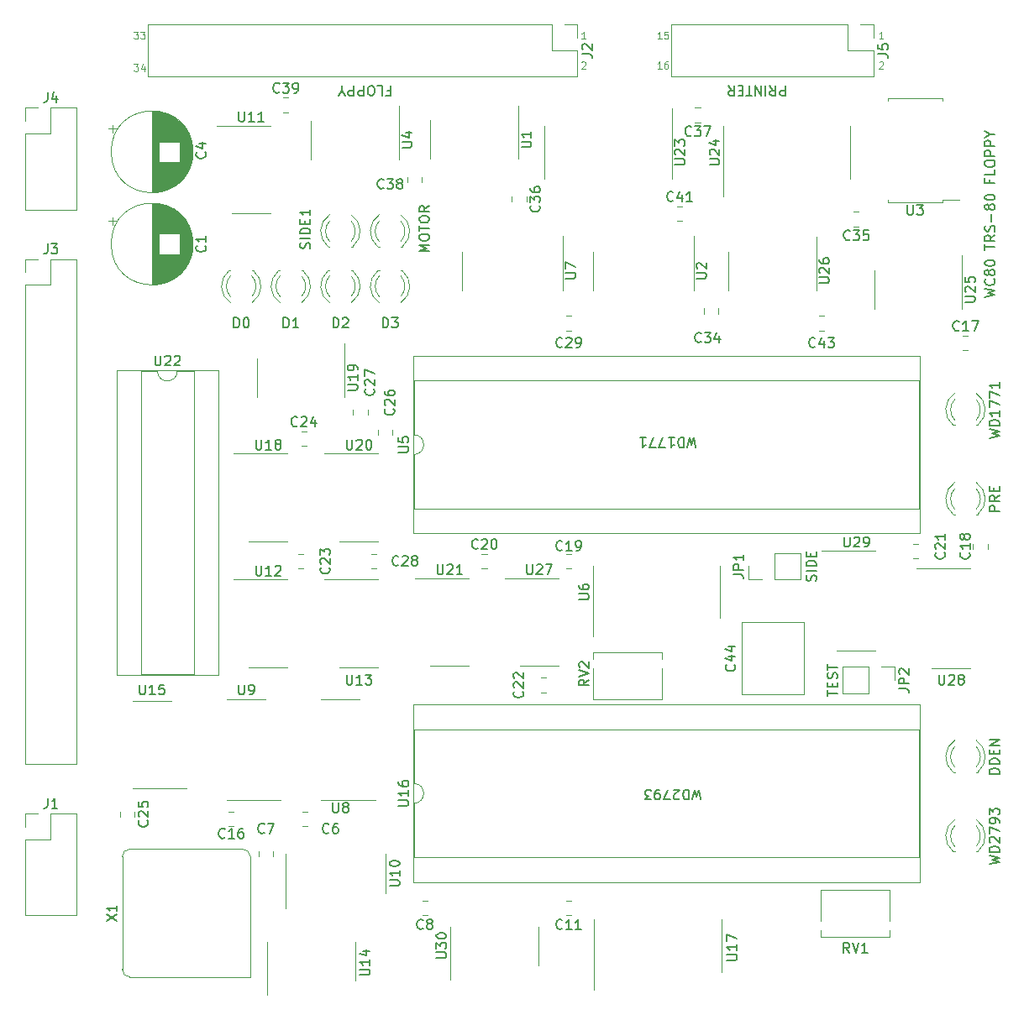
<source format=gbr>
%TF.GenerationSoftware,KiCad,Pcbnew,(5.1.9)-1*%
%TF.CreationDate,2021-06-05T00:45:16-04:00*%
%TF.ProjectId,main,6d61696e-2e6b-4696-9361-645f70636258,rev?*%
%TF.SameCoordinates,Original*%
%TF.FileFunction,Legend,Top*%
%TF.FilePolarity,Positive*%
%FSLAX46Y46*%
G04 Gerber Fmt 4.6, Leading zero omitted, Abs format (unit mm)*
G04 Created by KiCad (PCBNEW (5.1.9)-1) date 2021-06-05 00:45:16*
%MOMM*%
%LPD*%
G01*
G04 APERTURE LIST*
%ADD10C,0.100000*%
%ADD11C,0.200000*%
%ADD12C,0.120000*%
%ADD13C,0.150000*%
G04 APERTURE END LIST*
D10*
X32183333Y-24866666D02*
X32616666Y-24866666D01*
X32383333Y-25133333D01*
X32483333Y-25133333D01*
X32550000Y-25166666D01*
X32583333Y-25200000D01*
X32616666Y-25266666D01*
X32616666Y-25433333D01*
X32583333Y-25500000D01*
X32550000Y-25533333D01*
X32483333Y-25566666D01*
X32283333Y-25566666D01*
X32216666Y-25533333D01*
X32183333Y-25500000D01*
X33216666Y-25100000D02*
X33216666Y-25566666D01*
X33050000Y-24833333D02*
X32883333Y-25333333D01*
X33316666Y-25333333D01*
X32183333Y-21616666D02*
X32616666Y-21616666D01*
X32383333Y-21883333D01*
X32483333Y-21883333D01*
X32550000Y-21916666D01*
X32583333Y-21950000D01*
X32616666Y-22016666D01*
X32616666Y-22183333D01*
X32583333Y-22250000D01*
X32550000Y-22283333D01*
X32483333Y-22316666D01*
X32283333Y-22316666D01*
X32216666Y-22283333D01*
X32183333Y-22250000D01*
X32850000Y-21616666D02*
X33283333Y-21616666D01*
X33050000Y-21883333D01*
X33150000Y-21883333D01*
X33216666Y-21916666D01*
X33250000Y-21950000D01*
X33283333Y-22016666D01*
X33283333Y-22183333D01*
X33250000Y-22250000D01*
X33216666Y-22283333D01*
X33150000Y-22316666D01*
X32950000Y-22316666D01*
X32883333Y-22283333D01*
X32850000Y-22250000D01*
X107300000Y-24683333D02*
X107333333Y-24650000D01*
X107400000Y-24616666D01*
X107566666Y-24616666D01*
X107633333Y-24650000D01*
X107666666Y-24683333D01*
X107700000Y-24750000D01*
X107700000Y-24816666D01*
X107666666Y-24916666D01*
X107266666Y-25316666D01*
X107700000Y-25316666D01*
X107700000Y-22316666D02*
X107300000Y-22316666D01*
X107500000Y-22316666D02*
X107500000Y-21616666D01*
X107433333Y-21716666D01*
X107366666Y-21783333D01*
X107300000Y-21816666D01*
X85366666Y-22316666D02*
X84966666Y-22316666D01*
X85166666Y-22316666D02*
X85166666Y-21616666D01*
X85100000Y-21716666D01*
X85033333Y-21783333D01*
X84966666Y-21816666D01*
X86000000Y-21616666D02*
X85666666Y-21616666D01*
X85633333Y-21950000D01*
X85666666Y-21916666D01*
X85733333Y-21883333D01*
X85900000Y-21883333D01*
X85966666Y-21916666D01*
X86000000Y-21950000D01*
X86033333Y-22016666D01*
X86033333Y-22183333D01*
X86000000Y-22250000D01*
X85966666Y-22283333D01*
X85900000Y-22316666D01*
X85733333Y-22316666D01*
X85666666Y-22283333D01*
X85633333Y-22250000D01*
X85366666Y-25316666D02*
X84966666Y-25316666D01*
X85166666Y-25316666D02*
X85166666Y-24616666D01*
X85100000Y-24716666D01*
X85033333Y-24783333D01*
X84966666Y-24816666D01*
X85966666Y-24616666D02*
X85833333Y-24616666D01*
X85766666Y-24650000D01*
X85733333Y-24683333D01*
X85666666Y-24783333D01*
X85633333Y-24916666D01*
X85633333Y-25183333D01*
X85666666Y-25250000D01*
X85700000Y-25283333D01*
X85766666Y-25316666D01*
X85900000Y-25316666D01*
X85966666Y-25283333D01*
X86000000Y-25250000D01*
X86033333Y-25183333D01*
X86033333Y-25016666D01*
X86000000Y-24950000D01*
X85966666Y-24916666D01*
X85900000Y-24883333D01*
X85766666Y-24883333D01*
X85700000Y-24916666D01*
X85666666Y-24950000D01*
X85633333Y-25016666D01*
X77300000Y-24683333D02*
X77333333Y-24650000D01*
X77400000Y-24616666D01*
X77566666Y-24616666D01*
X77633333Y-24650000D01*
X77666666Y-24683333D01*
X77700000Y-24750000D01*
X77700000Y-24816666D01*
X77666666Y-24916666D01*
X77266666Y-25316666D01*
X77700000Y-25316666D01*
X77700000Y-22316666D02*
X77300000Y-22316666D01*
X77500000Y-22316666D02*
X77500000Y-21616666D01*
X77433333Y-21716666D01*
X77366666Y-21783333D01*
X77300000Y-21816666D01*
D11*
X89333333Y-99047619D02*
X89095238Y-98047619D01*
X88904761Y-98761904D01*
X88714285Y-98047619D01*
X88476190Y-99047619D01*
X88095238Y-98047619D02*
X88095238Y-99047619D01*
X87857142Y-99047619D01*
X87714285Y-99000000D01*
X87619047Y-98904761D01*
X87571428Y-98809523D01*
X87523809Y-98619047D01*
X87523809Y-98476190D01*
X87571428Y-98285714D01*
X87619047Y-98190476D01*
X87714285Y-98095238D01*
X87857142Y-98047619D01*
X88095238Y-98047619D01*
X87142857Y-98952380D02*
X87095238Y-99000000D01*
X87000000Y-99047619D01*
X86761904Y-99047619D01*
X86666666Y-99000000D01*
X86619047Y-98952380D01*
X86571428Y-98857142D01*
X86571428Y-98761904D01*
X86619047Y-98619047D01*
X87190476Y-98047619D01*
X86571428Y-98047619D01*
X86238095Y-99047619D02*
X85571428Y-99047619D01*
X86000000Y-98047619D01*
X85142857Y-98047619D02*
X84952380Y-98047619D01*
X84857142Y-98095238D01*
X84809523Y-98142857D01*
X84714285Y-98285714D01*
X84666666Y-98476190D01*
X84666666Y-98857142D01*
X84714285Y-98952380D01*
X84761904Y-99000000D01*
X84857142Y-99047619D01*
X85047619Y-99047619D01*
X85142857Y-99000000D01*
X85190476Y-98952380D01*
X85238095Y-98857142D01*
X85238095Y-98619047D01*
X85190476Y-98523809D01*
X85142857Y-98476190D01*
X85047619Y-98428571D01*
X84857142Y-98428571D01*
X84761904Y-98476190D01*
X84714285Y-98523809D01*
X84666666Y-98619047D01*
X84333333Y-99047619D02*
X83714285Y-99047619D01*
X84047619Y-98666666D01*
X83904761Y-98666666D01*
X83809523Y-98619047D01*
X83761904Y-98571428D01*
X83714285Y-98476190D01*
X83714285Y-98238095D01*
X83761904Y-98142857D01*
X83809523Y-98095238D01*
X83904761Y-98047619D01*
X84190476Y-98047619D01*
X84285714Y-98095238D01*
X84333333Y-98142857D01*
X88833333Y-63547619D02*
X88595238Y-62547619D01*
X88404761Y-63261904D01*
X88214285Y-62547619D01*
X87976190Y-63547619D01*
X87595238Y-62547619D02*
X87595238Y-63547619D01*
X87357142Y-63547619D01*
X87214285Y-63500000D01*
X87119047Y-63404761D01*
X87071428Y-63309523D01*
X87023809Y-63119047D01*
X87023809Y-62976190D01*
X87071428Y-62785714D01*
X87119047Y-62690476D01*
X87214285Y-62595238D01*
X87357142Y-62547619D01*
X87595238Y-62547619D01*
X86071428Y-62547619D02*
X86642857Y-62547619D01*
X86357142Y-62547619D02*
X86357142Y-63547619D01*
X86452380Y-63404761D01*
X86547619Y-63309523D01*
X86642857Y-63261904D01*
X85738095Y-63547619D02*
X85071428Y-63547619D01*
X85500000Y-62547619D01*
X84785714Y-63547619D02*
X84119047Y-63547619D01*
X84547619Y-62547619D01*
X83214285Y-62547619D02*
X83785714Y-62547619D01*
X83500000Y-62547619D02*
X83500000Y-63547619D01*
X83595238Y-63404761D01*
X83690476Y-63309523D01*
X83785714Y-63261904D01*
X97857142Y-27047619D02*
X97857142Y-28047619D01*
X97476190Y-28047619D01*
X97380952Y-28000000D01*
X97333333Y-27952380D01*
X97285714Y-27857142D01*
X97285714Y-27714285D01*
X97333333Y-27619047D01*
X97380952Y-27571428D01*
X97476190Y-27523809D01*
X97857142Y-27523809D01*
X96285714Y-27047619D02*
X96619047Y-27523809D01*
X96857142Y-27047619D02*
X96857142Y-28047619D01*
X96476190Y-28047619D01*
X96380952Y-28000000D01*
X96333333Y-27952380D01*
X96285714Y-27857142D01*
X96285714Y-27714285D01*
X96333333Y-27619047D01*
X96380952Y-27571428D01*
X96476190Y-27523809D01*
X96857142Y-27523809D01*
X95857142Y-27047619D02*
X95857142Y-28047619D01*
X95380952Y-27047619D02*
X95380952Y-28047619D01*
X94809523Y-27047619D01*
X94809523Y-28047619D01*
X94476190Y-28047619D02*
X93904761Y-28047619D01*
X94190476Y-27047619D02*
X94190476Y-28047619D01*
X93571428Y-27571428D02*
X93238095Y-27571428D01*
X93095238Y-27047619D02*
X93571428Y-27047619D01*
X93571428Y-28047619D01*
X93095238Y-28047619D01*
X92095238Y-27047619D02*
X92428571Y-27523809D01*
X92666666Y-27047619D02*
X92666666Y-28047619D01*
X92285714Y-28047619D01*
X92190476Y-28000000D01*
X92142857Y-27952380D01*
X92095238Y-27857142D01*
X92095238Y-27714285D01*
X92142857Y-27619047D01*
X92190476Y-27571428D01*
X92285714Y-27523809D01*
X92666666Y-27523809D01*
X57714285Y-27571428D02*
X58047619Y-27571428D01*
X58047619Y-27047619D02*
X58047619Y-28047619D01*
X57571428Y-28047619D01*
X56714285Y-27047619D02*
X57190476Y-27047619D01*
X57190476Y-28047619D01*
X56190476Y-28047619D02*
X56000000Y-28047619D01*
X55904761Y-28000000D01*
X55809523Y-27904761D01*
X55761904Y-27714285D01*
X55761904Y-27380952D01*
X55809523Y-27190476D01*
X55904761Y-27095238D01*
X56000000Y-27047619D01*
X56190476Y-27047619D01*
X56285714Y-27095238D01*
X56380952Y-27190476D01*
X56428571Y-27380952D01*
X56428571Y-27714285D01*
X56380952Y-27904761D01*
X56285714Y-28000000D01*
X56190476Y-28047619D01*
X55333333Y-27047619D02*
X55333333Y-28047619D01*
X54952380Y-28047619D01*
X54857142Y-28000000D01*
X54809523Y-27952380D01*
X54761904Y-27857142D01*
X54761904Y-27714285D01*
X54809523Y-27619047D01*
X54857142Y-27571428D01*
X54952380Y-27523809D01*
X55333333Y-27523809D01*
X54333333Y-27047619D02*
X54333333Y-28047619D01*
X53952380Y-28047619D01*
X53857142Y-28000000D01*
X53809523Y-27952380D01*
X53761904Y-27857142D01*
X53761904Y-27714285D01*
X53809523Y-27619047D01*
X53857142Y-27571428D01*
X53952380Y-27523809D01*
X54333333Y-27523809D01*
X53142857Y-27523809D02*
X53142857Y-27047619D01*
X53476190Y-28047619D02*
X53142857Y-27523809D01*
X52809523Y-28047619D01*
X117952380Y-48357142D02*
X118952380Y-48119047D01*
X118238095Y-47928571D01*
X118952380Y-47738095D01*
X117952380Y-47500000D01*
X118857142Y-46547619D02*
X118904761Y-46595238D01*
X118952380Y-46738095D01*
X118952380Y-46833333D01*
X118904761Y-46976190D01*
X118809523Y-47071428D01*
X118714285Y-47119047D01*
X118523809Y-47166666D01*
X118380952Y-47166666D01*
X118190476Y-47119047D01*
X118095238Y-47071428D01*
X118000000Y-46976190D01*
X117952380Y-46833333D01*
X117952380Y-46738095D01*
X118000000Y-46595238D01*
X118047619Y-46547619D01*
X118380952Y-45976190D02*
X118333333Y-46071428D01*
X118285714Y-46119047D01*
X118190476Y-46166666D01*
X118142857Y-46166666D01*
X118047619Y-46119047D01*
X118000000Y-46071428D01*
X117952380Y-45976190D01*
X117952380Y-45785714D01*
X118000000Y-45690476D01*
X118047619Y-45642857D01*
X118142857Y-45595238D01*
X118190476Y-45595238D01*
X118285714Y-45642857D01*
X118333333Y-45690476D01*
X118380952Y-45785714D01*
X118380952Y-45976190D01*
X118428571Y-46071428D01*
X118476190Y-46119047D01*
X118571428Y-46166666D01*
X118761904Y-46166666D01*
X118857142Y-46119047D01*
X118904761Y-46071428D01*
X118952380Y-45976190D01*
X118952380Y-45785714D01*
X118904761Y-45690476D01*
X118857142Y-45642857D01*
X118761904Y-45595238D01*
X118571428Y-45595238D01*
X118476190Y-45642857D01*
X118428571Y-45690476D01*
X118380952Y-45785714D01*
X117952380Y-44976190D02*
X117952380Y-44880952D01*
X118000000Y-44785714D01*
X118047619Y-44738095D01*
X118142857Y-44690476D01*
X118333333Y-44642857D01*
X118571428Y-44642857D01*
X118761904Y-44690476D01*
X118857142Y-44738095D01*
X118904761Y-44785714D01*
X118952380Y-44880952D01*
X118952380Y-44976190D01*
X118904761Y-45071428D01*
X118857142Y-45119047D01*
X118761904Y-45166666D01*
X118571428Y-45214285D01*
X118333333Y-45214285D01*
X118142857Y-45166666D01*
X118047619Y-45119047D01*
X118000000Y-45071428D01*
X117952380Y-44976190D01*
X117952380Y-43595238D02*
X117952380Y-43023809D01*
X118952380Y-43309523D02*
X117952380Y-43309523D01*
X118952380Y-42119047D02*
X118476190Y-42452380D01*
X118952380Y-42690476D02*
X117952380Y-42690476D01*
X117952380Y-42309523D01*
X118000000Y-42214285D01*
X118047619Y-42166666D01*
X118142857Y-42119047D01*
X118285714Y-42119047D01*
X118380952Y-42166666D01*
X118428571Y-42214285D01*
X118476190Y-42309523D01*
X118476190Y-42690476D01*
X118904761Y-41738095D02*
X118952380Y-41595238D01*
X118952380Y-41357142D01*
X118904761Y-41261904D01*
X118857142Y-41214285D01*
X118761904Y-41166666D01*
X118666666Y-41166666D01*
X118571428Y-41214285D01*
X118523809Y-41261904D01*
X118476190Y-41357142D01*
X118428571Y-41547619D01*
X118380952Y-41642857D01*
X118333333Y-41690476D01*
X118238095Y-41738095D01*
X118142857Y-41738095D01*
X118047619Y-41690476D01*
X118000000Y-41642857D01*
X117952380Y-41547619D01*
X117952380Y-41309523D01*
X118000000Y-41166666D01*
X118571428Y-40738095D02*
X118571428Y-39976190D01*
X118380952Y-39357142D02*
X118333333Y-39452380D01*
X118285714Y-39500000D01*
X118190476Y-39547619D01*
X118142857Y-39547619D01*
X118047619Y-39500000D01*
X118000000Y-39452380D01*
X117952380Y-39357142D01*
X117952380Y-39166666D01*
X118000000Y-39071428D01*
X118047619Y-39023809D01*
X118142857Y-38976190D01*
X118190476Y-38976190D01*
X118285714Y-39023809D01*
X118333333Y-39071428D01*
X118380952Y-39166666D01*
X118380952Y-39357142D01*
X118428571Y-39452380D01*
X118476190Y-39500000D01*
X118571428Y-39547619D01*
X118761904Y-39547619D01*
X118857142Y-39500000D01*
X118904761Y-39452380D01*
X118952380Y-39357142D01*
X118952380Y-39166666D01*
X118904761Y-39071428D01*
X118857142Y-39023809D01*
X118761904Y-38976190D01*
X118571428Y-38976190D01*
X118476190Y-39023809D01*
X118428571Y-39071428D01*
X118380952Y-39166666D01*
X117952380Y-38357142D02*
X117952380Y-38261904D01*
X118000000Y-38166666D01*
X118047619Y-38119047D01*
X118142857Y-38071428D01*
X118333333Y-38023809D01*
X118571428Y-38023809D01*
X118761904Y-38071428D01*
X118857142Y-38119047D01*
X118904761Y-38166666D01*
X118952380Y-38261904D01*
X118952380Y-38357142D01*
X118904761Y-38452380D01*
X118857142Y-38500000D01*
X118761904Y-38547619D01*
X118571428Y-38595238D01*
X118333333Y-38595238D01*
X118142857Y-38547619D01*
X118047619Y-38500000D01*
X118000000Y-38452380D01*
X117952380Y-38357142D01*
X118428571Y-36500000D02*
X118428571Y-36833333D01*
X118952380Y-36833333D02*
X117952380Y-36833333D01*
X117952380Y-36357142D01*
X118952380Y-35500000D02*
X118952380Y-35976190D01*
X117952380Y-35976190D01*
X117952380Y-34976190D02*
X117952380Y-34785714D01*
X118000000Y-34690476D01*
X118095238Y-34595238D01*
X118285714Y-34547619D01*
X118619047Y-34547619D01*
X118809523Y-34595238D01*
X118904761Y-34690476D01*
X118952380Y-34785714D01*
X118952380Y-34976190D01*
X118904761Y-35071428D01*
X118809523Y-35166666D01*
X118619047Y-35214285D01*
X118285714Y-35214285D01*
X118095238Y-35166666D01*
X118000000Y-35071428D01*
X117952380Y-34976190D01*
X118952380Y-34119047D02*
X117952380Y-34119047D01*
X117952380Y-33738095D01*
X118000000Y-33642857D01*
X118047619Y-33595238D01*
X118142857Y-33547619D01*
X118285714Y-33547619D01*
X118380952Y-33595238D01*
X118428571Y-33642857D01*
X118476190Y-33738095D01*
X118476190Y-34119047D01*
X118952380Y-33119047D02*
X117952380Y-33119047D01*
X117952380Y-32738095D01*
X118000000Y-32642857D01*
X118047619Y-32595238D01*
X118142857Y-32547619D01*
X118285714Y-32547619D01*
X118380952Y-32595238D01*
X118428571Y-32642857D01*
X118476190Y-32738095D01*
X118476190Y-33119047D01*
X118476190Y-31928571D02*
X118952380Y-31928571D01*
X117952380Y-32261904D02*
X118476190Y-31928571D01*
X117952380Y-31595238D01*
D12*
%TO.C,C44*%
X93480000Y-88420000D02*
X93480000Y-81180000D01*
X99720000Y-88420000D02*
X99720000Y-81180000D01*
X93480000Y-88420000D02*
X99720000Y-88420000D01*
X93480000Y-81180000D02*
X99720000Y-81180000D01*
%TO.C,C43*%
X101238748Y-50265000D02*
X101761252Y-50265000D01*
X101238748Y-51735000D02*
X101761252Y-51735000D01*
%TO.C,C41*%
X86928648Y-39217400D02*
X87451152Y-39217400D01*
X86928648Y-40687400D02*
X87451152Y-40687400D01*
%TO.C,C39*%
X47238748Y-28265000D02*
X47761252Y-28265000D01*
X47238748Y-29735000D02*
X47761252Y-29735000D01*
%TO.C,C38*%
X61235000Y-36238748D02*
X61235000Y-36761252D01*
X59765000Y-36238748D02*
X59765000Y-36761252D01*
%TO.C,C37*%
X89261252Y-30735000D02*
X88738748Y-30735000D01*
X89261252Y-29265000D02*
X88738748Y-29265000D01*
%TO.C,C36*%
X71735000Y-38238748D02*
X71735000Y-38761252D01*
X70265000Y-38238748D02*
X70265000Y-38761252D01*
%TO.C,C35*%
X105261252Y-41235000D02*
X104738748Y-41235000D01*
X105261252Y-39765000D02*
X104738748Y-39765000D01*
%TO.C,C34*%
X89608400Y-50041152D02*
X89608400Y-49518648D01*
X91078400Y-50041152D02*
X91078400Y-49518648D01*
%TO.C,U30*%
X72935000Y-113792000D02*
X72935000Y-111842000D01*
X72935000Y-113792000D02*
X72935000Y-115742000D01*
X64065000Y-113792000D02*
X64065000Y-111842000D01*
X64065000Y-113792000D02*
X64065000Y-117242000D01*
%TO.C,U26*%
X92085000Y-45720000D02*
X92085000Y-47670000D01*
X92085000Y-45720000D02*
X92085000Y-43770000D01*
X100955000Y-45720000D02*
X100955000Y-47670000D01*
X100955000Y-45720000D02*
X100955000Y-42270000D01*
%TO.C,U25*%
X106793000Y-47608000D02*
X106793000Y-49558000D01*
X106793000Y-47608000D02*
X106793000Y-45658000D01*
X115663000Y-47608000D02*
X115663000Y-49558000D01*
X115663000Y-47608000D02*
X115663000Y-44158000D01*
%TO.C,U20*%
X54864000Y-73015000D02*
X56814000Y-73015000D01*
X54864000Y-73015000D02*
X52914000Y-73015000D01*
X54864000Y-64145000D02*
X56814000Y-64145000D01*
X54864000Y-64145000D02*
X51414000Y-64145000D01*
%TO.C,U19*%
X44565000Y-56500000D02*
X44565000Y-58450000D01*
X44565000Y-56500000D02*
X44565000Y-54550000D01*
X53435000Y-56500000D02*
X53435000Y-58450000D01*
X53435000Y-56500000D02*
X53435000Y-53050000D01*
%TO.C,U18*%
X45720000Y-73015000D02*
X47670000Y-73015000D01*
X45720000Y-73015000D02*
X43770000Y-73015000D01*
X45720000Y-64145000D02*
X47670000Y-64145000D01*
X45720000Y-64145000D02*
X42270000Y-64145000D01*
%TO.C,U13*%
X54864000Y-85715000D02*
X56814000Y-85715000D01*
X54864000Y-85715000D02*
X52914000Y-85715000D01*
X54864000Y-76845000D02*
X56814000Y-76845000D01*
X54864000Y-76845000D02*
X51414000Y-76845000D01*
%TO.C,U12*%
X45720000Y-85715000D02*
X47670000Y-85715000D01*
X45720000Y-85715000D02*
X43770000Y-85715000D01*
X45720000Y-76845000D02*
X47670000Y-76845000D01*
X45720000Y-76845000D02*
X42270000Y-76845000D01*
%TO.C,U11*%
X44000000Y-39935000D02*
X45950000Y-39935000D01*
X44000000Y-39935000D02*
X42050000Y-39935000D01*
X44000000Y-31065000D02*
X45950000Y-31065000D01*
X44000000Y-31065000D02*
X40550000Y-31065000D01*
%TO.C,D11*%
X51764000Y-43290000D02*
X51920000Y-43290000D01*
X54080000Y-43290000D02*
X54236000Y-43290000D01*
X54079837Y-40688870D02*
G75*
G02*
X54080000Y-42770961I-1079837J-1041130D01*
G01*
X51920163Y-40688870D02*
G75*
G03*
X51920000Y-42770961I1079837J-1041130D01*
G01*
X54078608Y-40057665D02*
G75*
G02*
X54235516Y-43290000I-1078608J-1672335D01*
G01*
X51921392Y-40057665D02*
G75*
G03*
X51764484Y-43290000I1078608J-1672335D01*
G01*
%TO.C,D10*%
X56764000Y-43290000D02*
X56920000Y-43290000D01*
X59080000Y-43290000D02*
X59236000Y-43290000D01*
X59079837Y-40688870D02*
G75*
G02*
X59080000Y-42770961I-1079837J-1041130D01*
G01*
X56920163Y-40688870D02*
G75*
G03*
X56920000Y-42770961I1079837J-1041130D01*
G01*
X59078608Y-40057665D02*
G75*
G02*
X59235516Y-43290000I-1078608J-1672335D01*
G01*
X56921392Y-40057665D02*
G75*
G03*
X56764484Y-43290000I1078608J-1672335D01*
G01*
%TO.C,D9*%
X59236000Y-45710000D02*
X59080000Y-45710000D01*
X56920000Y-45710000D02*
X56764000Y-45710000D01*
X56920163Y-48311130D02*
G75*
G02*
X56920000Y-46229039I1079837J1041130D01*
G01*
X59079837Y-48311130D02*
G75*
G03*
X59080000Y-46229039I-1079837J1041130D01*
G01*
X56921392Y-48942335D02*
G75*
G02*
X56764484Y-45710000I1078608J1672335D01*
G01*
X59078608Y-48942335D02*
G75*
G03*
X59235516Y-45710000I-1078608J1672335D01*
G01*
%TO.C,D8*%
X54236000Y-45710000D02*
X54080000Y-45710000D01*
X51920000Y-45710000D02*
X51764000Y-45710000D01*
X51920163Y-48311130D02*
G75*
G02*
X51920000Y-46229039I1079837J1041130D01*
G01*
X54079837Y-48311130D02*
G75*
G03*
X54080000Y-46229039I-1079837J1041130D01*
G01*
X51921392Y-48942335D02*
G75*
G02*
X51764484Y-45710000I1078608J1672335D01*
G01*
X54078608Y-48942335D02*
G75*
G03*
X54235516Y-45710000I-1078608J1672335D01*
G01*
%TO.C,D7*%
X49236000Y-45710000D02*
X49080000Y-45710000D01*
X46920000Y-45710000D02*
X46764000Y-45710000D01*
X46920163Y-48311130D02*
G75*
G02*
X46920000Y-46229039I1079837J1041130D01*
G01*
X49079837Y-48311130D02*
G75*
G03*
X49080000Y-46229039I-1079837J1041130D01*
G01*
X46921392Y-48942335D02*
G75*
G02*
X46764484Y-45710000I1078608J1672335D01*
G01*
X49078608Y-48942335D02*
G75*
G03*
X49235516Y-45710000I-1078608J1672335D01*
G01*
%TO.C,D6*%
X44236000Y-45710000D02*
X44080000Y-45710000D01*
X41920000Y-45710000D02*
X41764000Y-45710000D01*
X41920163Y-48311130D02*
G75*
G02*
X41920000Y-46229039I1079837J1041130D01*
G01*
X44079837Y-48311130D02*
G75*
G03*
X44080000Y-46229039I-1079837J1041130D01*
G01*
X41921392Y-48942335D02*
G75*
G02*
X41764484Y-45710000I1078608J1672335D01*
G01*
X44078608Y-48942335D02*
G75*
G03*
X44235516Y-45710000I-1078608J1672335D01*
G01*
%TO.C,D5*%
X114764000Y-70290000D02*
X114920000Y-70290000D01*
X117080000Y-70290000D02*
X117236000Y-70290000D01*
X117079837Y-67688870D02*
G75*
G02*
X117080000Y-69770961I-1079837J-1041130D01*
G01*
X114920163Y-67688870D02*
G75*
G03*
X114920000Y-69770961I1079837J-1041130D01*
G01*
X117078608Y-67057665D02*
G75*
G02*
X117235516Y-70290000I-1078608J-1672335D01*
G01*
X114921392Y-67057665D02*
G75*
G03*
X114764484Y-70290000I1078608J-1672335D01*
G01*
%TO.C,D4*%
X114764000Y-96290000D02*
X114920000Y-96290000D01*
X117080000Y-96290000D02*
X117236000Y-96290000D01*
X117079837Y-93688870D02*
G75*
G02*
X117080000Y-95770961I-1079837J-1041130D01*
G01*
X114920163Y-93688870D02*
G75*
G03*
X114920000Y-95770961I1079837J-1041130D01*
G01*
X117078608Y-93057665D02*
G75*
G02*
X117235516Y-96290000I-1078608J-1672335D01*
G01*
X114921392Y-93057665D02*
G75*
G03*
X114764484Y-96290000I1078608J-1672335D01*
G01*
%TO.C,D3*%
X114764000Y-61290000D02*
X114920000Y-61290000D01*
X117080000Y-61290000D02*
X117236000Y-61290000D01*
X117079837Y-58688870D02*
G75*
G02*
X117080000Y-60770961I-1079837J-1041130D01*
G01*
X114920163Y-58688870D02*
G75*
G03*
X114920000Y-60770961I1079837J-1041130D01*
G01*
X117078608Y-58057665D02*
G75*
G02*
X117235516Y-61290000I-1078608J-1672335D01*
G01*
X114921392Y-58057665D02*
G75*
G03*
X114764484Y-61290000I1078608J-1672335D01*
G01*
%TO.C,D2*%
X114764000Y-104290000D02*
X114920000Y-104290000D01*
X117080000Y-104290000D02*
X117236000Y-104290000D01*
X117079837Y-101688870D02*
G75*
G02*
X117080000Y-103770961I-1079837J-1041130D01*
G01*
X114920163Y-101688870D02*
G75*
G03*
X114920000Y-103770961I1079837J-1041130D01*
G01*
X117078608Y-101057665D02*
G75*
G02*
X117235516Y-104290000I-1078608J-1672335D01*
G01*
X114921392Y-101057665D02*
G75*
G03*
X114764484Y-104290000I1078608J-1672335D01*
G01*
%TO.C,C29*%
X75738748Y-50265000D02*
X76261252Y-50265000D01*
X75738748Y-51735000D02*
X76261252Y-51735000D01*
%TO.C,C28*%
X56649252Y-75735000D02*
X56126748Y-75735000D01*
X56649252Y-74265000D02*
X56126748Y-74265000D01*
%TO.C,C27*%
X55735000Y-59738748D02*
X55735000Y-60261252D01*
X54265000Y-59738748D02*
X54265000Y-60261252D01*
%TO.C,C26*%
X56765000Y-62261252D02*
X56765000Y-61738748D01*
X58235000Y-62261252D02*
X58235000Y-61738748D01*
%TO.C,C25*%
X32235000Y-100238748D02*
X32235000Y-100761252D01*
X30765000Y-100238748D02*
X30765000Y-100761252D01*
%TO.C,C24*%
X49046548Y-61924200D02*
X49569052Y-61924200D01*
X49046548Y-63394200D02*
X49569052Y-63394200D01*
%TO.C,C23*%
X49261252Y-75735000D02*
X48738748Y-75735000D01*
X49261252Y-74265000D02*
X48738748Y-74265000D01*
%TO.C,C22*%
X73761252Y-88235000D02*
X73238748Y-88235000D01*
X73761252Y-86765000D02*
X73238748Y-86765000D01*
%TO.C,C21*%
X110738748Y-73265000D02*
X111261252Y-73265000D01*
X110738748Y-74735000D02*
X111261252Y-74735000D01*
%TO.C,C20*%
X67238748Y-74265000D02*
X67761252Y-74265000D01*
X67238748Y-75735000D02*
X67761252Y-75735000D01*
%TO.C,C19*%
X76261252Y-75735000D02*
X75738748Y-75735000D01*
X76261252Y-74265000D02*
X75738748Y-74265000D01*
%TO.C,C18*%
X116765000Y-73761252D02*
X116765000Y-73238748D01*
X118235000Y-73761252D02*
X118235000Y-73238748D01*
%TO.C,C17*%
X115738748Y-52265000D02*
X116261252Y-52265000D01*
X115738748Y-53735000D02*
X116261252Y-53735000D01*
%TO.C,C16*%
X41738748Y-100265000D02*
X42261252Y-100265000D01*
X41738748Y-101735000D02*
X42261252Y-101735000D01*
%TO.C,U29*%
X105000000Y-84060000D02*
X106950000Y-84060000D01*
X105000000Y-84060000D02*
X103050000Y-84060000D01*
X105000000Y-73940000D02*
X106950000Y-73940000D01*
X105000000Y-73940000D02*
X101500000Y-73940000D01*
%TO.C,U28*%
X114564000Y-85832000D02*
X116514000Y-85832000D01*
X114564000Y-85832000D02*
X112614000Y-85832000D01*
X114564000Y-75712000D02*
X116514000Y-75712000D01*
X114564000Y-75712000D02*
X111064000Y-75712000D01*
%TO.C,U27*%
X73025000Y-85588000D02*
X74975000Y-85588000D01*
X73025000Y-85588000D02*
X71075000Y-85588000D01*
X73025000Y-76718000D02*
X74975000Y-76718000D01*
X73025000Y-76718000D02*
X69575000Y-76718000D01*
%TO.C,U1*%
X70935000Y-32500000D02*
X70935000Y-29050000D01*
X70935000Y-32500000D02*
X70935000Y-34450000D01*
X62065000Y-32500000D02*
X62065000Y-30550000D01*
X62065000Y-32500000D02*
X62065000Y-34450000D01*
%TO.C,U21*%
X64008000Y-76718000D02*
X60558000Y-76718000D01*
X64008000Y-76718000D02*
X65958000Y-76718000D01*
X64008000Y-85588000D02*
X62058000Y-85588000D01*
X64008000Y-85588000D02*
X65958000Y-85588000D01*
%TO.C,RV2*%
X85390000Y-85839000D02*
X85390000Y-88944000D01*
X85390000Y-84204000D02*
X85390000Y-84849000D01*
X78440000Y-85839000D02*
X78440000Y-88944000D01*
X78440000Y-84204000D02*
X78440000Y-84849000D01*
X78440000Y-88944000D02*
X85390000Y-88944000D01*
X78440000Y-84204000D02*
X85390000Y-84204000D01*
%TO.C,RV1*%
X101427000Y-111265000D02*
X101427000Y-108160000D01*
X101427000Y-112900000D02*
X101427000Y-112255000D01*
X108377000Y-111265000D02*
X108377000Y-108160000D01*
X108377000Y-112900000D02*
X108377000Y-112255000D01*
X108377000Y-108160000D02*
X101427000Y-108160000D01*
X108377000Y-112900000D02*
X101427000Y-112900000D01*
%TO.C,JP2*%
X108830000Y-85670000D02*
X108830000Y-87000000D01*
X107500000Y-85670000D02*
X108830000Y-85670000D01*
X106230000Y-85670000D02*
X106230000Y-88330000D01*
X106230000Y-88330000D02*
X103630000Y-88330000D01*
X106230000Y-85670000D02*
X103630000Y-85670000D01*
X103630000Y-85670000D02*
X103630000Y-88330000D01*
%TO.C,X1*%
X43915000Y-116940000D02*
X43915000Y-104790000D01*
X43165000Y-104040000D02*
X31765000Y-104040000D01*
X31015000Y-104790000D02*
X31015000Y-116190000D01*
X31765000Y-116940000D02*
X43915000Y-116940000D01*
X31015000Y-116190000D02*
G75*
G03*
X31765000Y-116940000I750000J0D01*
G01*
X31765000Y-104040000D02*
G75*
G03*
X31015000Y-104790000I0J-750000D01*
G01*
X43915000Y-104790000D02*
G75*
G03*
X43165000Y-104040000I-750000J0D01*
G01*
%TO.C,U15*%
X34000000Y-97935000D02*
X37450000Y-97935000D01*
X34000000Y-97935000D02*
X32050000Y-97935000D01*
X34000000Y-89065000D02*
X35950000Y-89065000D01*
X34000000Y-89065000D02*
X32050000Y-89065000D01*
%TO.C,U9*%
X43500000Y-99060000D02*
X47000000Y-99060000D01*
X43500000Y-99060000D02*
X41550000Y-99060000D01*
X43500000Y-88940000D02*
X45450000Y-88940000D01*
X43500000Y-88940000D02*
X41550000Y-88940000D01*
%TO.C,U8*%
X53000000Y-99060000D02*
X56500000Y-99060000D01*
X53000000Y-99060000D02*
X51050000Y-99060000D01*
X53000000Y-88940000D02*
X54950000Y-88940000D01*
X53000000Y-88940000D02*
X51050000Y-88940000D01*
%TO.C,U14*%
X45603000Y-115316000D02*
X45603000Y-118766000D01*
X45603000Y-115316000D02*
X45603000Y-113366000D01*
X54473000Y-115316000D02*
X54473000Y-117266000D01*
X54473000Y-115316000D02*
X54473000Y-113366000D01*
%TO.C,U10*%
X47440000Y-106500000D02*
X47440000Y-110000000D01*
X47440000Y-106500000D02*
X47440000Y-104550000D01*
X57560000Y-106500000D02*
X57560000Y-108450000D01*
X57560000Y-106500000D02*
X57560000Y-104550000D01*
%TO.C,U24*%
X91590000Y-33782000D02*
X91590000Y-38232000D01*
X91590000Y-33782000D02*
X91590000Y-31132000D01*
X104410000Y-33782000D02*
X104410000Y-36432000D01*
X104410000Y-33782000D02*
X104410000Y-31132000D01*
%TO.C,U23*%
X86410000Y-33782000D02*
X86410000Y-29332000D01*
X86410000Y-33782000D02*
X86410000Y-36432000D01*
X73590000Y-33782000D02*
X73590000Y-31132000D01*
X73590000Y-33782000D02*
X73590000Y-36432000D01*
%TO.C,U3*%
X113674000Y-38567000D02*
X115364000Y-38567000D01*
X113674000Y-38772000D02*
X113674000Y-38567000D01*
X110914000Y-38772000D02*
X113674000Y-38772000D01*
X108154000Y-38772000D02*
X108154000Y-38567000D01*
X110914000Y-38772000D02*
X108154000Y-38772000D01*
X113674000Y-28352000D02*
X113674000Y-28557000D01*
X110914000Y-28352000D02*
X113674000Y-28352000D01*
X108154000Y-28352000D02*
X108154000Y-28557000D01*
X110914000Y-28352000D02*
X108154000Y-28352000D01*
%TO.C,U6*%
X78426000Y-78105000D02*
X78426000Y-82555000D01*
X78426000Y-78105000D02*
X78426000Y-75455000D01*
X91246000Y-78105000D02*
X91246000Y-80755000D01*
X91246000Y-78105000D02*
X91246000Y-75455000D01*
%TO.C,U17*%
X78590000Y-113792000D02*
X78590000Y-118242000D01*
X78590000Y-113792000D02*
X78590000Y-111142000D01*
X91410000Y-113792000D02*
X91410000Y-116442000D01*
X91410000Y-113792000D02*
X91410000Y-111142000D01*
%TO.C,U2*%
X88586000Y-45720000D02*
X88586000Y-42220000D01*
X88586000Y-45720000D02*
X88586000Y-47670000D01*
X78466000Y-45720000D02*
X78466000Y-43770000D01*
X78466000Y-45720000D02*
X78466000Y-47670000D01*
%TO.C,U7*%
X75418000Y-45720000D02*
X75418000Y-42220000D01*
X75418000Y-45720000D02*
X75418000Y-47670000D01*
X65298000Y-45720000D02*
X65298000Y-43770000D01*
X65298000Y-45720000D02*
X65298000Y-47670000D01*
%TO.C,U4*%
X58918000Y-32512000D02*
X58918000Y-29062000D01*
X58918000Y-32512000D02*
X58918000Y-34462000D01*
X50048000Y-32512000D02*
X50048000Y-30562000D01*
X50048000Y-32512000D02*
X50048000Y-34462000D01*
%TO.C,J5*%
X106740000Y-20895000D02*
X106740000Y-22225000D01*
X105410000Y-20895000D02*
X106740000Y-20895000D01*
X106740000Y-23495000D02*
X106740000Y-26095000D01*
X104140000Y-23495000D02*
X106740000Y-23495000D01*
X104140000Y-20895000D02*
X104140000Y-23495000D01*
X106740000Y-26095000D02*
X86300000Y-26095000D01*
X104140000Y-20895000D02*
X86300000Y-20895000D01*
X86300000Y-20895000D02*
X86300000Y-26095000D01*
%TO.C,J2*%
X76895000Y-20895000D02*
X76895000Y-22225000D01*
X75565000Y-20895000D02*
X76895000Y-20895000D01*
X76895000Y-23495000D02*
X76895000Y-26095000D01*
X74295000Y-23495000D02*
X76895000Y-23495000D01*
X74295000Y-20895000D02*
X74295000Y-23495000D01*
X76895000Y-26095000D02*
X33595000Y-26095000D01*
X74295000Y-20895000D02*
X33595000Y-20895000D01*
X33595000Y-20895000D02*
X33595000Y-26095000D01*
%TO.C,JP1*%
X94170000Y-76830000D02*
X94170000Y-75500000D01*
X95500000Y-76830000D02*
X94170000Y-76830000D01*
X96770000Y-76830000D02*
X96770000Y-74170000D01*
X96770000Y-74170000D02*
X99370000Y-74170000D01*
X96770000Y-76830000D02*
X99370000Y-76830000D01*
X99370000Y-76830000D02*
X99370000Y-74170000D01*
%TO.C,U22*%
X40700000Y-55760000D02*
X30420000Y-55760000D01*
X40700000Y-86480000D02*
X40700000Y-55760000D01*
X30420000Y-86480000D02*
X40700000Y-86480000D01*
X30420000Y-55760000D02*
X30420000Y-86480000D01*
X38210000Y-55820000D02*
X36560000Y-55820000D01*
X38210000Y-86420000D02*
X38210000Y-55820000D01*
X32910000Y-86420000D02*
X38210000Y-86420000D01*
X32910000Y-55820000D02*
X32910000Y-86420000D01*
X34560000Y-55820000D02*
X32910000Y-55820000D01*
X36560000Y-55820000D02*
G75*
G02*
X34560000Y-55820000I-1000000J0D01*
G01*
%TO.C,U16*%
X60332000Y-89475000D02*
X60332000Y-107375000D01*
X111372000Y-89475000D02*
X60332000Y-89475000D01*
X111372000Y-107375000D02*
X111372000Y-89475000D01*
X60332000Y-107375000D02*
X111372000Y-107375000D01*
X60392000Y-91965000D02*
X60392000Y-97425000D01*
X111312000Y-91965000D02*
X60392000Y-91965000D01*
X111312000Y-104885000D02*
X111312000Y-91965000D01*
X60392000Y-104885000D02*
X111312000Y-104885000D01*
X60392000Y-99425000D02*
X60392000Y-104885000D01*
X60392000Y-97425000D02*
G75*
G02*
X60392000Y-99425000I0J-1000000D01*
G01*
%TO.C,U5*%
X60332000Y-54296000D02*
X60332000Y-72196000D01*
X111372000Y-54296000D02*
X60332000Y-54296000D01*
X111372000Y-72196000D02*
X111372000Y-54296000D01*
X60332000Y-72196000D02*
X111372000Y-72196000D01*
X60392000Y-56786000D02*
X60392000Y-62246000D01*
X111312000Y-56786000D02*
X60392000Y-56786000D01*
X111312000Y-69706000D02*
X111312000Y-56786000D01*
X60392000Y-69706000D02*
X111312000Y-69706000D01*
X60392000Y-64246000D02*
X60392000Y-69706000D01*
X60392000Y-62246000D02*
G75*
G02*
X60392000Y-64246000I0J-1000000D01*
G01*
%TO.C,C1*%
X38140000Y-43015000D02*
G75*
G03*
X38140000Y-43015000I-4120000J0D01*
G01*
X34020000Y-38935000D02*
X34020000Y-47095000D01*
X34060000Y-38935000D02*
X34060000Y-47095000D01*
X34100000Y-38935000D02*
X34100000Y-47095000D01*
X34140000Y-38936000D02*
X34140000Y-47094000D01*
X34180000Y-38938000D02*
X34180000Y-47092000D01*
X34220000Y-38939000D02*
X34220000Y-47091000D01*
X34260000Y-38941000D02*
X34260000Y-47089000D01*
X34300000Y-38944000D02*
X34300000Y-47086000D01*
X34340000Y-38947000D02*
X34340000Y-47083000D01*
X34380000Y-38950000D02*
X34380000Y-47080000D01*
X34420000Y-38954000D02*
X34420000Y-47076000D01*
X34460000Y-38958000D02*
X34460000Y-47072000D01*
X34500000Y-38963000D02*
X34500000Y-47067000D01*
X34540000Y-38967000D02*
X34540000Y-47063000D01*
X34580000Y-38973000D02*
X34580000Y-47057000D01*
X34620000Y-38978000D02*
X34620000Y-47052000D01*
X34660000Y-38985000D02*
X34660000Y-47045000D01*
X34700000Y-38991000D02*
X34700000Y-47039000D01*
X34741000Y-38998000D02*
X34741000Y-41975000D01*
X34741000Y-44055000D02*
X34741000Y-47032000D01*
X34781000Y-39005000D02*
X34781000Y-41975000D01*
X34781000Y-44055000D02*
X34781000Y-47025000D01*
X34821000Y-39013000D02*
X34821000Y-41975000D01*
X34821000Y-44055000D02*
X34821000Y-47017000D01*
X34861000Y-39021000D02*
X34861000Y-41975000D01*
X34861000Y-44055000D02*
X34861000Y-47009000D01*
X34901000Y-39030000D02*
X34901000Y-41975000D01*
X34901000Y-44055000D02*
X34901000Y-47000000D01*
X34941000Y-39039000D02*
X34941000Y-41975000D01*
X34941000Y-44055000D02*
X34941000Y-46991000D01*
X34981000Y-39048000D02*
X34981000Y-41975000D01*
X34981000Y-44055000D02*
X34981000Y-46982000D01*
X35021000Y-39058000D02*
X35021000Y-41975000D01*
X35021000Y-44055000D02*
X35021000Y-46972000D01*
X35061000Y-39068000D02*
X35061000Y-41975000D01*
X35061000Y-44055000D02*
X35061000Y-46962000D01*
X35101000Y-39079000D02*
X35101000Y-41975000D01*
X35101000Y-44055000D02*
X35101000Y-46951000D01*
X35141000Y-39090000D02*
X35141000Y-41975000D01*
X35141000Y-44055000D02*
X35141000Y-46940000D01*
X35181000Y-39101000D02*
X35181000Y-41975000D01*
X35181000Y-44055000D02*
X35181000Y-46929000D01*
X35221000Y-39113000D02*
X35221000Y-41975000D01*
X35221000Y-44055000D02*
X35221000Y-46917000D01*
X35261000Y-39126000D02*
X35261000Y-41975000D01*
X35261000Y-44055000D02*
X35261000Y-46904000D01*
X35301000Y-39138000D02*
X35301000Y-41975000D01*
X35301000Y-44055000D02*
X35301000Y-46892000D01*
X35341000Y-39152000D02*
X35341000Y-41975000D01*
X35341000Y-44055000D02*
X35341000Y-46878000D01*
X35381000Y-39165000D02*
X35381000Y-41975000D01*
X35381000Y-44055000D02*
X35381000Y-46865000D01*
X35421000Y-39180000D02*
X35421000Y-41975000D01*
X35421000Y-44055000D02*
X35421000Y-46850000D01*
X35461000Y-39194000D02*
X35461000Y-41975000D01*
X35461000Y-44055000D02*
X35461000Y-46836000D01*
X35501000Y-39210000D02*
X35501000Y-41975000D01*
X35501000Y-44055000D02*
X35501000Y-46820000D01*
X35541000Y-39225000D02*
X35541000Y-41975000D01*
X35541000Y-44055000D02*
X35541000Y-46805000D01*
X35581000Y-39241000D02*
X35581000Y-41975000D01*
X35581000Y-44055000D02*
X35581000Y-46789000D01*
X35621000Y-39258000D02*
X35621000Y-41975000D01*
X35621000Y-44055000D02*
X35621000Y-46772000D01*
X35661000Y-39275000D02*
X35661000Y-41975000D01*
X35661000Y-44055000D02*
X35661000Y-46755000D01*
X35701000Y-39293000D02*
X35701000Y-41975000D01*
X35701000Y-44055000D02*
X35701000Y-46737000D01*
X35741000Y-39311000D02*
X35741000Y-41975000D01*
X35741000Y-44055000D02*
X35741000Y-46719000D01*
X35781000Y-39329000D02*
X35781000Y-41975000D01*
X35781000Y-44055000D02*
X35781000Y-46701000D01*
X35821000Y-39349000D02*
X35821000Y-41975000D01*
X35821000Y-44055000D02*
X35821000Y-46681000D01*
X35861000Y-39368000D02*
X35861000Y-41975000D01*
X35861000Y-44055000D02*
X35861000Y-46662000D01*
X35901000Y-39388000D02*
X35901000Y-41975000D01*
X35901000Y-44055000D02*
X35901000Y-46642000D01*
X35941000Y-39409000D02*
X35941000Y-41975000D01*
X35941000Y-44055000D02*
X35941000Y-46621000D01*
X35981000Y-39431000D02*
X35981000Y-41975000D01*
X35981000Y-44055000D02*
X35981000Y-46599000D01*
X36021000Y-39453000D02*
X36021000Y-41975000D01*
X36021000Y-44055000D02*
X36021000Y-46577000D01*
X36061000Y-39475000D02*
X36061000Y-41975000D01*
X36061000Y-44055000D02*
X36061000Y-46555000D01*
X36101000Y-39498000D02*
X36101000Y-41975000D01*
X36101000Y-44055000D02*
X36101000Y-46532000D01*
X36141000Y-39522000D02*
X36141000Y-41975000D01*
X36141000Y-44055000D02*
X36141000Y-46508000D01*
X36181000Y-39546000D02*
X36181000Y-41975000D01*
X36181000Y-44055000D02*
X36181000Y-46484000D01*
X36221000Y-39571000D02*
X36221000Y-41975000D01*
X36221000Y-44055000D02*
X36221000Y-46459000D01*
X36261000Y-39597000D02*
X36261000Y-41975000D01*
X36261000Y-44055000D02*
X36261000Y-46433000D01*
X36301000Y-39623000D02*
X36301000Y-41975000D01*
X36301000Y-44055000D02*
X36301000Y-46407000D01*
X36341000Y-39650000D02*
X36341000Y-41975000D01*
X36341000Y-44055000D02*
X36341000Y-46380000D01*
X36381000Y-39677000D02*
X36381000Y-41975000D01*
X36381000Y-44055000D02*
X36381000Y-46353000D01*
X36421000Y-39706000D02*
X36421000Y-41975000D01*
X36421000Y-44055000D02*
X36421000Y-46324000D01*
X36461000Y-39735000D02*
X36461000Y-41975000D01*
X36461000Y-44055000D02*
X36461000Y-46295000D01*
X36501000Y-39765000D02*
X36501000Y-41975000D01*
X36501000Y-44055000D02*
X36501000Y-46265000D01*
X36541000Y-39795000D02*
X36541000Y-41975000D01*
X36541000Y-44055000D02*
X36541000Y-46235000D01*
X36581000Y-39826000D02*
X36581000Y-41975000D01*
X36581000Y-44055000D02*
X36581000Y-46204000D01*
X36621000Y-39859000D02*
X36621000Y-41975000D01*
X36621000Y-44055000D02*
X36621000Y-46171000D01*
X36661000Y-39891000D02*
X36661000Y-41975000D01*
X36661000Y-44055000D02*
X36661000Y-46139000D01*
X36701000Y-39925000D02*
X36701000Y-41975000D01*
X36701000Y-44055000D02*
X36701000Y-46105000D01*
X36741000Y-39960000D02*
X36741000Y-41975000D01*
X36741000Y-44055000D02*
X36741000Y-46070000D01*
X36781000Y-39996000D02*
X36781000Y-41975000D01*
X36781000Y-44055000D02*
X36781000Y-46034000D01*
X36821000Y-40032000D02*
X36821000Y-45998000D01*
X36861000Y-40070000D02*
X36861000Y-45960000D01*
X36901000Y-40108000D02*
X36901000Y-45922000D01*
X36941000Y-40148000D02*
X36941000Y-45882000D01*
X36981000Y-40189000D02*
X36981000Y-45841000D01*
X37021000Y-40231000D02*
X37021000Y-45799000D01*
X37061000Y-40274000D02*
X37061000Y-45756000D01*
X37101000Y-40318000D02*
X37101000Y-45712000D01*
X37141000Y-40364000D02*
X37141000Y-45666000D01*
X37181000Y-40411000D02*
X37181000Y-45619000D01*
X37221000Y-40459000D02*
X37221000Y-45571000D01*
X37261000Y-40510000D02*
X37261000Y-45520000D01*
X37301000Y-40561000D02*
X37301000Y-45469000D01*
X37341000Y-40615000D02*
X37341000Y-45415000D01*
X37381000Y-40670000D02*
X37381000Y-45360000D01*
X37421000Y-40728000D02*
X37421000Y-45302000D01*
X37461000Y-40787000D02*
X37461000Y-45243000D01*
X37501000Y-40849000D02*
X37501000Y-45181000D01*
X37541000Y-40913000D02*
X37541000Y-45117000D01*
X37581000Y-40981000D02*
X37581000Y-45049000D01*
X37621000Y-41051000D02*
X37621000Y-44979000D01*
X37661000Y-41125000D02*
X37661000Y-44905000D01*
X37701000Y-41202000D02*
X37701000Y-44828000D01*
X37741000Y-41284000D02*
X37741000Y-44746000D01*
X37781000Y-41370000D02*
X37781000Y-44660000D01*
X37821000Y-41463000D02*
X37821000Y-44567000D01*
X37861000Y-41562000D02*
X37861000Y-44468000D01*
X37901000Y-41669000D02*
X37901000Y-44361000D01*
X37941000Y-41786000D02*
X37941000Y-44244000D01*
X37981000Y-41917000D02*
X37981000Y-44113000D01*
X38021000Y-42067000D02*
X38021000Y-43963000D01*
X38061000Y-42247000D02*
X38061000Y-43783000D01*
X38101000Y-42482000D02*
X38101000Y-43548000D01*
X29610302Y-40700000D02*
X30410302Y-40700000D01*
X30010302Y-40300000D02*
X30010302Y-41100000D01*
%TO.C,C6*%
X49711252Y-101735000D02*
X49188748Y-101735000D01*
X49711252Y-100265000D02*
X49188748Y-100265000D01*
%TO.C,C7*%
X46235000Y-104238748D02*
X46235000Y-104761252D01*
X44765000Y-104238748D02*
X44765000Y-104761252D01*
%TO.C,C8*%
X61761252Y-110735000D02*
X61238748Y-110735000D01*
X61761252Y-109265000D02*
X61238748Y-109265000D01*
%TO.C,C11*%
X76261252Y-110735000D02*
X75738748Y-110735000D01*
X76261252Y-109265000D02*
X75738748Y-109265000D01*
%TO.C,C4*%
X38140000Y-33715000D02*
G75*
G03*
X38140000Y-33715000I-4120000J0D01*
G01*
X34020000Y-29635000D02*
X34020000Y-37795000D01*
X34060000Y-29635000D02*
X34060000Y-37795000D01*
X34100000Y-29635000D02*
X34100000Y-37795000D01*
X34140000Y-29636000D02*
X34140000Y-37794000D01*
X34180000Y-29638000D02*
X34180000Y-37792000D01*
X34220000Y-29639000D02*
X34220000Y-37791000D01*
X34260000Y-29641000D02*
X34260000Y-37789000D01*
X34300000Y-29644000D02*
X34300000Y-37786000D01*
X34340000Y-29647000D02*
X34340000Y-37783000D01*
X34380000Y-29650000D02*
X34380000Y-37780000D01*
X34420000Y-29654000D02*
X34420000Y-37776000D01*
X34460000Y-29658000D02*
X34460000Y-37772000D01*
X34500000Y-29663000D02*
X34500000Y-37767000D01*
X34540000Y-29667000D02*
X34540000Y-37763000D01*
X34580000Y-29673000D02*
X34580000Y-37757000D01*
X34620000Y-29678000D02*
X34620000Y-37752000D01*
X34660000Y-29685000D02*
X34660000Y-37745000D01*
X34700000Y-29691000D02*
X34700000Y-37739000D01*
X34741000Y-29698000D02*
X34741000Y-32675000D01*
X34741000Y-34755000D02*
X34741000Y-37732000D01*
X34781000Y-29705000D02*
X34781000Y-32675000D01*
X34781000Y-34755000D02*
X34781000Y-37725000D01*
X34821000Y-29713000D02*
X34821000Y-32675000D01*
X34821000Y-34755000D02*
X34821000Y-37717000D01*
X34861000Y-29721000D02*
X34861000Y-32675000D01*
X34861000Y-34755000D02*
X34861000Y-37709000D01*
X34901000Y-29730000D02*
X34901000Y-32675000D01*
X34901000Y-34755000D02*
X34901000Y-37700000D01*
X34941000Y-29739000D02*
X34941000Y-32675000D01*
X34941000Y-34755000D02*
X34941000Y-37691000D01*
X34981000Y-29748000D02*
X34981000Y-32675000D01*
X34981000Y-34755000D02*
X34981000Y-37682000D01*
X35021000Y-29758000D02*
X35021000Y-32675000D01*
X35021000Y-34755000D02*
X35021000Y-37672000D01*
X35061000Y-29768000D02*
X35061000Y-32675000D01*
X35061000Y-34755000D02*
X35061000Y-37662000D01*
X35101000Y-29779000D02*
X35101000Y-32675000D01*
X35101000Y-34755000D02*
X35101000Y-37651000D01*
X35141000Y-29790000D02*
X35141000Y-32675000D01*
X35141000Y-34755000D02*
X35141000Y-37640000D01*
X35181000Y-29801000D02*
X35181000Y-32675000D01*
X35181000Y-34755000D02*
X35181000Y-37629000D01*
X35221000Y-29813000D02*
X35221000Y-32675000D01*
X35221000Y-34755000D02*
X35221000Y-37617000D01*
X35261000Y-29826000D02*
X35261000Y-32675000D01*
X35261000Y-34755000D02*
X35261000Y-37604000D01*
X35301000Y-29838000D02*
X35301000Y-32675000D01*
X35301000Y-34755000D02*
X35301000Y-37592000D01*
X35341000Y-29852000D02*
X35341000Y-32675000D01*
X35341000Y-34755000D02*
X35341000Y-37578000D01*
X35381000Y-29865000D02*
X35381000Y-32675000D01*
X35381000Y-34755000D02*
X35381000Y-37565000D01*
X35421000Y-29880000D02*
X35421000Y-32675000D01*
X35421000Y-34755000D02*
X35421000Y-37550000D01*
X35461000Y-29894000D02*
X35461000Y-32675000D01*
X35461000Y-34755000D02*
X35461000Y-37536000D01*
X35501000Y-29910000D02*
X35501000Y-32675000D01*
X35501000Y-34755000D02*
X35501000Y-37520000D01*
X35541000Y-29925000D02*
X35541000Y-32675000D01*
X35541000Y-34755000D02*
X35541000Y-37505000D01*
X35581000Y-29941000D02*
X35581000Y-32675000D01*
X35581000Y-34755000D02*
X35581000Y-37489000D01*
X35621000Y-29958000D02*
X35621000Y-32675000D01*
X35621000Y-34755000D02*
X35621000Y-37472000D01*
X35661000Y-29975000D02*
X35661000Y-32675000D01*
X35661000Y-34755000D02*
X35661000Y-37455000D01*
X35701000Y-29993000D02*
X35701000Y-32675000D01*
X35701000Y-34755000D02*
X35701000Y-37437000D01*
X35741000Y-30011000D02*
X35741000Y-32675000D01*
X35741000Y-34755000D02*
X35741000Y-37419000D01*
X35781000Y-30029000D02*
X35781000Y-32675000D01*
X35781000Y-34755000D02*
X35781000Y-37401000D01*
X35821000Y-30049000D02*
X35821000Y-32675000D01*
X35821000Y-34755000D02*
X35821000Y-37381000D01*
X35861000Y-30068000D02*
X35861000Y-32675000D01*
X35861000Y-34755000D02*
X35861000Y-37362000D01*
X35901000Y-30088000D02*
X35901000Y-32675000D01*
X35901000Y-34755000D02*
X35901000Y-37342000D01*
X35941000Y-30109000D02*
X35941000Y-32675000D01*
X35941000Y-34755000D02*
X35941000Y-37321000D01*
X35981000Y-30131000D02*
X35981000Y-32675000D01*
X35981000Y-34755000D02*
X35981000Y-37299000D01*
X36021000Y-30153000D02*
X36021000Y-32675000D01*
X36021000Y-34755000D02*
X36021000Y-37277000D01*
X36061000Y-30175000D02*
X36061000Y-32675000D01*
X36061000Y-34755000D02*
X36061000Y-37255000D01*
X36101000Y-30198000D02*
X36101000Y-32675000D01*
X36101000Y-34755000D02*
X36101000Y-37232000D01*
X36141000Y-30222000D02*
X36141000Y-32675000D01*
X36141000Y-34755000D02*
X36141000Y-37208000D01*
X36181000Y-30246000D02*
X36181000Y-32675000D01*
X36181000Y-34755000D02*
X36181000Y-37184000D01*
X36221000Y-30271000D02*
X36221000Y-32675000D01*
X36221000Y-34755000D02*
X36221000Y-37159000D01*
X36261000Y-30297000D02*
X36261000Y-32675000D01*
X36261000Y-34755000D02*
X36261000Y-37133000D01*
X36301000Y-30323000D02*
X36301000Y-32675000D01*
X36301000Y-34755000D02*
X36301000Y-37107000D01*
X36341000Y-30350000D02*
X36341000Y-32675000D01*
X36341000Y-34755000D02*
X36341000Y-37080000D01*
X36381000Y-30377000D02*
X36381000Y-32675000D01*
X36381000Y-34755000D02*
X36381000Y-37053000D01*
X36421000Y-30406000D02*
X36421000Y-32675000D01*
X36421000Y-34755000D02*
X36421000Y-37024000D01*
X36461000Y-30435000D02*
X36461000Y-32675000D01*
X36461000Y-34755000D02*
X36461000Y-36995000D01*
X36501000Y-30465000D02*
X36501000Y-32675000D01*
X36501000Y-34755000D02*
X36501000Y-36965000D01*
X36541000Y-30495000D02*
X36541000Y-32675000D01*
X36541000Y-34755000D02*
X36541000Y-36935000D01*
X36581000Y-30526000D02*
X36581000Y-32675000D01*
X36581000Y-34755000D02*
X36581000Y-36904000D01*
X36621000Y-30559000D02*
X36621000Y-32675000D01*
X36621000Y-34755000D02*
X36621000Y-36871000D01*
X36661000Y-30591000D02*
X36661000Y-32675000D01*
X36661000Y-34755000D02*
X36661000Y-36839000D01*
X36701000Y-30625000D02*
X36701000Y-32675000D01*
X36701000Y-34755000D02*
X36701000Y-36805000D01*
X36741000Y-30660000D02*
X36741000Y-32675000D01*
X36741000Y-34755000D02*
X36741000Y-36770000D01*
X36781000Y-30696000D02*
X36781000Y-32675000D01*
X36781000Y-34755000D02*
X36781000Y-36734000D01*
X36821000Y-30732000D02*
X36821000Y-36698000D01*
X36861000Y-30770000D02*
X36861000Y-36660000D01*
X36901000Y-30808000D02*
X36901000Y-36622000D01*
X36941000Y-30848000D02*
X36941000Y-36582000D01*
X36981000Y-30889000D02*
X36981000Y-36541000D01*
X37021000Y-30931000D02*
X37021000Y-36499000D01*
X37061000Y-30974000D02*
X37061000Y-36456000D01*
X37101000Y-31018000D02*
X37101000Y-36412000D01*
X37141000Y-31064000D02*
X37141000Y-36366000D01*
X37181000Y-31111000D02*
X37181000Y-36319000D01*
X37221000Y-31159000D02*
X37221000Y-36271000D01*
X37261000Y-31210000D02*
X37261000Y-36220000D01*
X37301000Y-31261000D02*
X37301000Y-36169000D01*
X37341000Y-31315000D02*
X37341000Y-36115000D01*
X37381000Y-31370000D02*
X37381000Y-36060000D01*
X37421000Y-31428000D02*
X37421000Y-36002000D01*
X37461000Y-31487000D02*
X37461000Y-35943000D01*
X37501000Y-31549000D02*
X37501000Y-35881000D01*
X37541000Y-31613000D02*
X37541000Y-35817000D01*
X37581000Y-31681000D02*
X37581000Y-35749000D01*
X37621000Y-31751000D02*
X37621000Y-35679000D01*
X37661000Y-31825000D02*
X37661000Y-35605000D01*
X37701000Y-31902000D02*
X37701000Y-35528000D01*
X37741000Y-31984000D02*
X37741000Y-35446000D01*
X37781000Y-32070000D02*
X37781000Y-35360000D01*
X37821000Y-32163000D02*
X37821000Y-35267000D01*
X37861000Y-32262000D02*
X37861000Y-35168000D01*
X37901000Y-32369000D02*
X37901000Y-35061000D01*
X37941000Y-32486000D02*
X37941000Y-34944000D01*
X37981000Y-32617000D02*
X37981000Y-34813000D01*
X38021000Y-32767000D02*
X38021000Y-34663000D01*
X38061000Y-32947000D02*
X38061000Y-34483000D01*
X38101000Y-33182000D02*
X38101000Y-34248000D01*
X29610302Y-31400000D02*
X30410302Y-31400000D01*
X30010302Y-31000000D02*
X30010302Y-31800000D01*
%TO.C,J4*%
X21210000Y-29270000D02*
X22540000Y-29270000D01*
X21210000Y-30600000D02*
X21210000Y-29270000D01*
X23810000Y-29270000D02*
X26410000Y-29270000D01*
X23810000Y-31870000D02*
X23810000Y-29270000D01*
X21210000Y-31870000D02*
X23810000Y-31870000D01*
X26410000Y-29270000D02*
X26410000Y-39550000D01*
X21210000Y-31870000D02*
X21210000Y-39550000D01*
X21210000Y-39550000D02*
X26410000Y-39550000D01*
%TO.C,J1*%
X21210000Y-110730000D02*
X26410000Y-110730000D01*
X21210000Y-103050000D02*
X21210000Y-110730000D01*
X26410000Y-100450000D02*
X26410000Y-110730000D01*
X21210000Y-103050000D02*
X23810000Y-103050000D01*
X23810000Y-103050000D02*
X23810000Y-100450000D01*
X23810000Y-100450000D02*
X26410000Y-100450000D01*
X21210000Y-101780000D02*
X21210000Y-100450000D01*
X21210000Y-100450000D02*
X22540000Y-100450000D01*
%TO.C,J3*%
X21210000Y-44540000D02*
X22540000Y-44540000D01*
X21210000Y-45870000D02*
X21210000Y-44540000D01*
X23810000Y-44540000D02*
X26410000Y-44540000D01*
X23810000Y-47140000D02*
X23810000Y-44540000D01*
X21210000Y-47140000D02*
X23810000Y-47140000D01*
X26410000Y-44540000D02*
X26410000Y-95460000D01*
X21210000Y-47140000D02*
X21210000Y-95460000D01*
X21210000Y-95460000D02*
X26410000Y-95460000D01*
%TO.C,C44*%
D13*
X92707142Y-85442857D02*
X92754761Y-85490476D01*
X92802380Y-85633333D01*
X92802380Y-85728571D01*
X92754761Y-85871428D01*
X92659523Y-85966666D01*
X92564285Y-86014285D01*
X92373809Y-86061904D01*
X92230952Y-86061904D01*
X92040476Y-86014285D01*
X91945238Y-85966666D01*
X91850000Y-85871428D01*
X91802380Y-85728571D01*
X91802380Y-85633333D01*
X91850000Y-85490476D01*
X91897619Y-85442857D01*
X92135714Y-84585714D02*
X92802380Y-84585714D01*
X91754761Y-84823809D02*
X92469047Y-85061904D01*
X92469047Y-84442857D01*
X92135714Y-83633333D02*
X92802380Y-83633333D01*
X91754761Y-83871428D02*
X92469047Y-84109523D01*
X92469047Y-83490476D01*
%TO.C,C43*%
X100857142Y-53357142D02*
X100809523Y-53404761D01*
X100666666Y-53452380D01*
X100571428Y-53452380D01*
X100428571Y-53404761D01*
X100333333Y-53309523D01*
X100285714Y-53214285D01*
X100238095Y-53023809D01*
X100238095Y-52880952D01*
X100285714Y-52690476D01*
X100333333Y-52595238D01*
X100428571Y-52500000D01*
X100571428Y-52452380D01*
X100666666Y-52452380D01*
X100809523Y-52500000D01*
X100857142Y-52547619D01*
X101714285Y-52785714D02*
X101714285Y-53452380D01*
X101476190Y-52404761D02*
X101238095Y-53119047D01*
X101857142Y-53119047D01*
X102142857Y-52452380D02*
X102761904Y-52452380D01*
X102428571Y-52833333D01*
X102571428Y-52833333D01*
X102666666Y-52880952D01*
X102714285Y-52928571D01*
X102761904Y-53023809D01*
X102761904Y-53261904D01*
X102714285Y-53357142D01*
X102666666Y-53404761D01*
X102571428Y-53452380D01*
X102285714Y-53452380D01*
X102190476Y-53404761D01*
X102142857Y-53357142D01*
%TO.C,C41*%
X86547042Y-38629542D02*
X86499423Y-38677161D01*
X86356566Y-38724780D01*
X86261328Y-38724780D01*
X86118471Y-38677161D01*
X86023233Y-38581923D01*
X85975614Y-38486685D01*
X85927995Y-38296209D01*
X85927995Y-38153352D01*
X85975614Y-37962876D01*
X86023233Y-37867638D01*
X86118471Y-37772400D01*
X86261328Y-37724780D01*
X86356566Y-37724780D01*
X86499423Y-37772400D01*
X86547042Y-37820019D01*
X87404185Y-38058114D02*
X87404185Y-38724780D01*
X87166090Y-37677161D02*
X86927995Y-38391447D01*
X87547042Y-38391447D01*
X88451804Y-38724780D02*
X87880376Y-38724780D01*
X88166090Y-38724780D02*
X88166090Y-37724780D01*
X88070852Y-37867638D01*
X87975614Y-37962876D01*
X87880376Y-38010495D01*
%TO.C,C39*%
X46857142Y-27677142D02*
X46809523Y-27724761D01*
X46666666Y-27772380D01*
X46571428Y-27772380D01*
X46428571Y-27724761D01*
X46333333Y-27629523D01*
X46285714Y-27534285D01*
X46238095Y-27343809D01*
X46238095Y-27200952D01*
X46285714Y-27010476D01*
X46333333Y-26915238D01*
X46428571Y-26820000D01*
X46571428Y-26772380D01*
X46666666Y-26772380D01*
X46809523Y-26820000D01*
X46857142Y-26867619D01*
X47190476Y-26772380D02*
X47809523Y-26772380D01*
X47476190Y-27153333D01*
X47619047Y-27153333D01*
X47714285Y-27200952D01*
X47761904Y-27248571D01*
X47809523Y-27343809D01*
X47809523Y-27581904D01*
X47761904Y-27677142D01*
X47714285Y-27724761D01*
X47619047Y-27772380D01*
X47333333Y-27772380D01*
X47238095Y-27724761D01*
X47190476Y-27677142D01*
X48285714Y-27772380D02*
X48476190Y-27772380D01*
X48571428Y-27724761D01*
X48619047Y-27677142D01*
X48714285Y-27534285D01*
X48761904Y-27343809D01*
X48761904Y-26962857D01*
X48714285Y-26867619D01*
X48666666Y-26820000D01*
X48571428Y-26772380D01*
X48380952Y-26772380D01*
X48285714Y-26820000D01*
X48238095Y-26867619D01*
X48190476Y-26962857D01*
X48190476Y-27200952D01*
X48238095Y-27296190D01*
X48285714Y-27343809D01*
X48380952Y-27391428D01*
X48571428Y-27391428D01*
X48666666Y-27343809D01*
X48714285Y-27296190D01*
X48761904Y-27200952D01*
%TO.C,C38*%
X57357142Y-37357142D02*
X57309523Y-37404761D01*
X57166666Y-37452380D01*
X57071428Y-37452380D01*
X56928571Y-37404761D01*
X56833333Y-37309523D01*
X56785714Y-37214285D01*
X56738095Y-37023809D01*
X56738095Y-36880952D01*
X56785714Y-36690476D01*
X56833333Y-36595238D01*
X56928571Y-36500000D01*
X57071428Y-36452380D01*
X57166666Y-36452380D01*
X57309523Y-36500000D01*
X57357142Y-36547619D01*
X57690476Y-36452380D02*
X58309523Y-36452380D01*
X57976190Y-36833333D01*
X58119047Y-36833333D01*
X58214285Y-36880952D01*
X58261904Y-36928571D01*
X58309523Y-37023809D01*
X58309523Y-37261904D01*
X58261904Y-37357142D01*
X58214285Y-37404761D01*
X58119047Y-37452380D01*
X57833333Y-37452380D01*
X57738095Y-37404761D01*
X57690476Y-37357142D01*
X58880952Y-36880952D02*
X58785714Y-36833333D01*
X58738095Y-36785714D01*
X58690476Y-36690476D01*
X58690476Y-36642857D01*
X58738095Y-36547619D01*
X58785714Y-36500000D01*
X58880952Y-36452380D01*
X59071428Y-36452380D01*
X59166666Y-36500000D01*
X59214285Y-36547619D01*
X59261904Y-36642857D01*
X59261904Y-36690476D01*
X59214285Y-36785714D01*
X59166666Y-36833333D01*
X59071428Y-36880952D01*
X58880952Y-36880952D01*
X58785714Y-36928571D01*
X58738095Y-36976190D01*
X58690476Y-37071428D01*
X58690476Y-37261904D01*
X58738095Y-37357142D01*
X58785714Y-37404761D01*
X58880952Y-37452380D01*
X59071428Y-37452380D01*
X59166666Y-37404761D01*
X59214285Y-37357142D01*
X59261904Y-37261904D01*
X59261904Y-37071428D01*
X59214285Y-36976190D01*
X59166666Y-36928571D01*
X59071428Y-36880952D01*
%TO.C,C37*%
X88357142Y-32037142D02*
X88309523Y-32084761D01*
X88166666Y-32132380D01*
X88071428Y-32132380D01*
X87928571Y-32084761D01*
X87833333Y-31989523D01*
X87785714Y-31894285D01*
X87738095Y-31703809D01*
X87738095Y-31560952D01*
X87785714Y-31370476D01*
X87833333Y-31275238D01*
X87928571Y-31180000D01*
X88071428Y-31132380D01*
X88166666Y-31132380D01*
X88309523Y-31180000D01*
X88357142Y-31227619D01*
X88690476Y-31132380D02*
X89309523Y-31132380D01*
X88976190Y-31513333D01*
X89119047Y-31513333D01*
X89214285Y-31560952D01*
X89261904Y-31608571D01*
X89309523Y-31703809D01*
X89309523Y-31941904D01*
X89261904Y-32037142D01*
X89214285Y-32084761D01*
X89119047Y-32132380D01*
X88833333Y-32132380D01*
X88738095Y-32084761D01*
X88690476Y-32037142D01*
X89642857Y-31132380D02*
X90309523Y-31132380D01*
X89880952Y-32132380D01*
%TO.C,C36*%
X73037142Y-39142857D02*
X73084761Y-39190476D01*
X73132380Y-39333333D01*
X73132380Y-39428571D01*
X73084761Y-39571428D01*
X72989523Y-39666666D01*
X72894285Y-39714285D01*
X72703809Y-39761904D01*
X72560952Y-39761904D01*
X72370476Y-39714285D01*
X72275238Y-39666666D01*
X72180000Y-39571428D01*
X72132380Y-39428571D01*
X72132380Y-39333333D01*
X72180000Y-39190476D01*
X72227619Y-39142857D01*
X72132380Y-38809523D02*
X72132380Y-38190476D01*
X72513333Y-38523809D01*
X72513333Y-38380952D01*
X72560952Y-38285714D01*
X72608571Y-38238095D01*
X72703809Y-38190476D01*
X72941904Y-38190476D01*
X73037142Y-38238095D01*
X73084761Y-38285714D01*
X73132380Y-38380952D01*
X73132380Y-38666666D01*
X73084761Y-38761904D01*
X73037142Y-38809523D01*
X72132380Y-37333333D02*
X72132380Y-37523809D01*
X72180000Y-37619047D01*
X72227619Y-37666666D01*
X72370476Y-37761904D01*
X72560952Y-37809523D01*
X72941904Y-37809523D01*
X73037142Y-37761904D01*
X73084761Y-37714285D01*
X73132380Y-37619047D01*
X73132380Y-37428571D01*
X73084761Y-37333333D01*
X73037142Y-37285714D01*
X72941904Y-37238095D01*
X72703809Y-37238095D01*
X72608571Y-37285714D01*
X72560952Y-37333333D01*
X72513333Y-37428571D01*
X72513333Y-37619047D01*
X72560952Y-37714285D01*
X72608571Y-37761904D01*
X72703809Y-37809523D01*
%TO.C,C35*%
X104357142Y-42537142D02*
X104309523Y-42584761D01*
X104166666Y-42632380D01*
X104071428Y-42632380D01*
X103928571Y-42584761D01*
X103833333Y-42489523D01*
X103785714Y-42394285D01*
X103738095Y-42203809D01*
X103738095Y-42060952D01*
X103785714Y-41870476D01*
X103833333Y-41775238D01*
X103928571Y-41680000D01*
X104071428Y-41632380D01*
X104166666Y-41632380D01*
X104309523Y-41680000D01*
X104357142Y-41727619D01*
X104690476Y-41632380D02*
X105309523Y-41632380D01*
X104976190Y-42013333D01*
X105119047Y-42013333D01*
X105214285Y-42060952D01*
X105261904Y-42108571D01*
X105309523Y-42203809D01*
X105309523Y-42441904D01*
X105261904Y-42537142D01*
X105214285Y-42584761D01*
X105119047Y-42632380D01*
X104833333Y-42632380D01*
X104738095Y-42584761D01*
X104690476Y-42537142D01*
X106214285Y-41632380D02*
X105738095Y-41632380D01*
X105690476Y-42108571D01*
X105738095Y-42060952D01*
X105833333Y-42013333D01*
X106071428Y-42013333D01*
X106166666Y-42060952D01*
X106214285Y-42108571D01*
X106261904Y-42203809D01*
X106261904Y-42441904D01*
X106214285Y-42537142D01*
X106166666Y-42584761D01*
X106071428Y-42632380D01*
X105833333Y-42632380D01*
X105738095Y-42584761D01*
X105690476Y-42537142D01*
%TO.C,C34*%
X89357142Y-52857142D02*
X89309523Y-52904761D01*
X89166666Y-52952380D01*
X89071428Y-52952380D01*
X88928571Y-52904761D01*
X88833333Y-52809523D01*
X88785714Y-52714285D01*
X88738095Y-52523809D01*
X88738095Y-52380952D01*
X88785714Y-52190476D01*
X88833333Y-52095238D01*
X88928571Y-52000000D01*
X89071428Y-51952380D01*
X89166666Y-51952380D01*
X89309523Y-52000000D01*
X89357142Y-52047619D01*
X89690476Y-51952380D02*
X90309523Y-51952380D01*
X89976190Y-52333333D01*
X90119047Y-52333333D01*
X90214285Y-52380952D01*
X90261904Y-52428571D01*
X90309523Y-52523809D01*
X90309523Y-52761904D01*
X90261904Y-52857142D01*
X90214285Y-52904761D01*
X90119047Y-52952380D01*
X89833333Y-52952380D01*
X89738095Y-52904761D01*
X89690476Y-52857142D01*
X91166666Y-52285714D02*
X91166666Y-52952380D01*
X90928571Y-51904761D02*
X90690476Y-52619047D01*
X91309523Y-52619047D01*
%TO.C,U30*%
X62672380Y-115030095D02*
X63481904Y-115030095D01*
X63577142Y-114982476D01*
X63624761Y-114934857D01*
X63672380Y-114839619D01*
X63672380Y-114649142D01*
X63624761Y-114553904D01*
X63577142Y-114506285D01*
X63481904Y-114458666D01*
X62672380Y-114458666D01*
X62672380Y-114077714D02*
X62672380Y-113458666D01*
X63053333Y-113792000D01*
X63053333Y-113649142D01*
X63100952Y-113553904D01*
X63148571Y-113506285D01*
X63243809Y-113458666D01*
X63481904Y-113458666D01*
X63577142Y-113506285D01*
X63624761Y-113553904D01*
X63672380Y-113649142D01*
X63672380Y-113934857D01*
X63624761Y-114030095D01*
X63577142Y-114077714D01*
X62672380Y-112839619D02*
X62672380Y-112744380D01*
X62720000Y-112649142D01*
X62767619Y-112601523D01*
X62862857Y-112553904D01*
X63053333Y-112506285D01*
X63291428Y-112506285D01*
X63481904Y-112553904D01*
X63577142Y-112601523D01*
X63624761Y-112649142D01*
X63672380Y-112744380D01*
X63672380Y-112839619D01*
X63624761Y-112934857D01*
X63577142Y-112982476D01*
X63481904Y-113030095D01*
X63291428Y-113077714D01*
X63053333Y-113077714D01*
X62862857Y-113030095D01*
X62767619Y-112982476D01*
X62720000Y-112934857D01*
X62672380Y-112839619D01*
%TO.C,U26*%
X101252380Y-46958095D02*
X102061904Y-46958095D01*
X102157142Y-46910476D01*
X102204761Y-46862857D01*
X102252380Y-46767619D01*
X102252380Y-46577142D01*
X102204761Y-46481904D01*
X102157142Y-46434285D01*
X102061904Y-46386666D01*
X101252380Y-46386666D01*
X101347619Y-45958095D02*
X101300000Y-45910476D01*
X101252380Y-45815238D01*
X101252380Y-45577142D01*
X101300000Y-45481904D01*
X101347619Y-45434285D01*
X101442857Y-45386666D01*
X101538095Y-45386666D01*
X101680952Y-45434285D01*
X102252380Y-46005714D01*
X102252380Y-45386666D01*
X101252380Y-44529523D02*
X101252380Y-44720000D01*
X101300000Y-44815238D01*
X101347619Y-44862857D01*
X101490476Y-44958095D01*
X101680952Y-45005714D01*
X102061904Y-45005714D01*
X102157142Y-44958095D01*
X102204761Y-44910476D01*
X102252380Y-44815238D01*
X102252380Y-44624761D01*
X102204761Y-44529523D01*
X102157142Y-44481904D01*
X102061904Y-44434285D01*
X101823809Y-44434285D01*
X101728571Y-44481904D01*
X101680952Y-44529523D01*
X101633333Y-44624761D01*
X101633333Y-44815238D01*
X101680952Y-44910476D01*
X101728571Y-44958095D01*
X101823809Y-45005714D01*
%TO.C,U25*%
X115960380Y-48846095D02*
X116769904Y-48846095D01*
X116865142Y-48798476D01*
X116912761Y-48750857D01*
X116960380Y-48655619D01*
X116960380Y-48465142D01*
X116912761Y-48369904D01*
X116865142Y-48322285D01*
X116769904Y-48274666D01*
X115960380Y-48274666D01*
X116055619Y-47846095D02*
X116008000Y-47798476D01*
X115960380Y-47703238D01*
X115960380Y-47465142D01*
X116008000Y-47369904D01*
X116055619Y-47322285D01*
X116150857Y-47274666D01*
X116246095Y-47274666D01*
X116388952Y-47322285D01*
X116960380Y-47893714D01*
X116960380Y-47274666D01*
X115960380Y-46369904D02*
X115960380Y-46846095D01*
X116436571Y-46893714D01*
X116388952Y-46846095D01*
X116341333Y-46750857D01*
X116341333Y-46512761D01*
X116388952Y-46417523D01*
X116436571Y-46369904D01*
X116531809Y-46322285D01*
X116769904Y-46322285D01*
X116865142Y-46369904D01*
X116912761Y-46417523D01*
X116960380Y-46512761D01*
X116960380Y-46750857D01*
X116912761Y-46846095D01*
X116865142Y-46893714D01*
%TO.C,U20*%
X53625904Y-62752380D02*
X53625904Y-63561904D01*
X53673523Y-63657142D01*
X53721142Y-63704761D01*
X53816380Y-63752380D01*
X54006857Y-63752380D01*
X54102095Y-63704761D01*
X54149714Y-63657142D01*
X54197333Y-63561904D01*
X54197333Y-62752380D01*
X54625904Y-62847619D02*
X54673523Y-62800000D01*
X54768761Y-62752380D01*
X55006857Y-62752380D01*
X55102095Y-62800000D01*
X55149714Y-62847619D01*
X55197333Y-62942857D01*
X55197333Y-63038095D01*
X55149714Y-63180952D01*
X54578285Y-63752380D01*
X55197333Y-63752380D01*
X55816380Y-62752380D02*
X55911619Y-62752380D01*
X56006857Y-62800000D01*
X56054476Y-62847619D01*
X56102095Y-62942857D01*
X56149714Y-63133333D01*
X56149714Y-63371428D01*
X56102095Y-63561904D01*
X56054476Y-63657142D01*
X56006857Y-63704761D01*
X55911619Y-63752380D01*
X55816380Y-63752380D01*
X55721142Y-63704761D01*
X55673523Y-63657142D01*
X55625904Y-63561904D01*
X55578285Y-63371428D01*
X55578285Y-63133333D01*
X55625904Y-62942857D01*
X55673523Y-62847619D01*
X55721142Y-62800000D01*
X55816380Y-62752380D01*
%TO.C,U19*%
X53732380Y-57738095D02*
X54541904Y-57738095D01*
X54637142Y-57690476D01*
X54684761Y-57642857D01*
X54732380Y-57547619D01*
X54732380Y-57357142D01*
X54684761Y-57261904D01*
X54637142Y-57214285D01*
X54541904Y-57166666D01*
X53732380Y-57166666D01*
X54732380Y-56166666D02*
X54732380Y-56738095D01*
X54732380Y-56452380D02*
X53732380Y-56452380D01*
X53875238Y-56547619D01*
X53970476Y-56642857D01*
X54018095Y-56738095D01*
X54732380Y-55690476D02*
X54732380Y-55500000D01*
X54684761Y-55404761D01*
X54637142Y-55357142D01*
X54494285Y-55261904D01*
X54303809Y-55214285D01*
X53922857Y-55214285D01*
X53827619Y-55261904D01*
X53780000Y-55309523D01*
X53732380Y-55404761D01*
X53732380Y-55595238D01*
X53780000Y-55690476D01*
X53827619Y-55738095D01*
X53922857Y-55785714D01*
X54160952Y-55785714D01*
X54256190Y-55738095D01*
X54303809Y-55690476D01*
X54351428Y-55595238D01*
X54351428Y-55404761D01*
X54303809Y-55309523D01*
X54256190Y-55261904D01*
X54160952Y-55214285D01*
%TO.C,U18*%
X44481904Y-62752380D02*
X44481904Y-63561904D01*
X44529523Y-63657142D01*
X44577142Y-63704761D01*
X44672380Y-63752380D01*
X44862857Y-63752380D01*
X44958095Y-63704761D01*
X45005714Y-63657142D01*
X45053333Y-63561904D01*
X45053333Y-62752380D01*
X46053333Y-63752380D02*
X45481904Y-63752380D01*
X45767619Y-63752380D02*
X45767619Y-62752380D01*
X45672380Y-62895238D01*
X45577142Y-62990476D01*
X45481904Y-63038095D01*
X46624761Y-63180952D02*
X46529523Y-63133333D01*
X46481904Y-63085714D01*
X46434285Y-62990476D01*
X46434285Y-62942857D01*
X46481904Y-62847619D01*
X46529523Y-62800000D01*
X46624761Y-62752380D01*
X46815238Y-62752380D01*
X46910476Y-62800000D01*
X46958095Y-62847619D01*
X47005714Y-62942857D01*
X47005714Y-62990476D01*
X46958095Y-63085714D01*
X46910476Y-63133333D01*
X46815238Y-63180952D01*
X46624761Y-63180952D01*
X46529523Y-63228571D01*
X46481904Y-63276190D01*
X46434285Y-63371428D01*
X46434285Y-63561904D01*
X46481904Y-63657142D01*
X46529523Y-63704761D01*
X46624761Y-63752380D01*
X46815238Y-63752380D01*
X46910476Y-63704761D01*
X46958095Y-63657142D01*
X47005714Y-63561904D01*
X47005714Y-63371428D01*
X46958095Y-63276190D01*
X46910476Y-63228571D01*
X46815238Y-63180952D01*
%TO.C,U13*%
X53625904Y-86452380D02*
X53625904Y-87261904D01*
X53673523Y-87357142D01*
X53721142Y-87404761D01*
X53816380Y-87452380D01*
X54006857Y-87452380D01*
X54102095Y-87404761D01*
X54149714Y-87357142D01*
X54197333Y-87261904D01*
X54197333Y-86452380D01*
X55197333Y-87452380D02*
X54625904Y-87452380D01*
X54911619Y-87452380D02*
X54911619Y-86452380D01*
X54816380Y-86595238D01*
X54721142Y-86690476D01*
X54625904Y-86738095D01*
X55530666Y-86452380D02*
X56149714Y-86452380D01*
X55816380Y-86833333D01*
X55959238Y-86833333D01*
X56054476Y-86880952D01*
X56102095Y-86928571D01*
X56149714Y-87023809D01*
X56149714Y-87261904D01*
X56102095Y-87357142D01*
X56054476Y-87404761D01*
X55959238Y-87452380D01*
X55673523Y-87452380D01*
X55578285Y-87404761D01*
X55530666Y-87357142D01*
%TO.C,U12*%
X44481904Y-75452380D02*
X44481904Y-76261904D01*
X44529523Y-76357142D01*
X44577142Y-76404761D01*
X44672380Y-76452380D01*
X44862857Y-76452380D01*
X44958095Y-76404761D01*
X45005714Y-76357142D01*
X45053333Y-76261904D01*
X45053333Y-75452380D01*
X46053333Y-76452380D02*
X45481904Y-76452380D01*
X45767619Y-76452380D02*
X45767619Y-75452380D01*
X45672380Y-75595238D01*
X45577142Y-75690476D01*
X45481904Y-75738095D01*
X46434285Y-75547619D02*
X46481904Y-75500000D01*
X46577142Y-75452380D01*
X46815238Y-75452380D01*
X46910476Y-75500000D01*
X46958095Y-75547619D01*
X47005714Y-75642857D01*
X47005714Y-75738095D01*
X46958095Y-75880952D01*
X46386666Y-76452380D01*
X47005714Y-76452380D01*
%TO.C,U11*%
X42761904Y-29672380D02*
X42761904Y-30481904D01*
X42809523Y-30577142D01*
X42857142Y-30624761D01*
X42952380Y-30672380D01*
X43142857Y-30672380D01*
X43238095Y-30624761D01*
X43285714Y-30577142D01*
X43333333Y-30481904D01*
X43333333Y-29672380D01*
X44333333Y-30672380D02*
X43761904Y-30672380D01*
X44047619Y-30672380D02*
X44047619Y-29672380D01*
X43952380Y-29815238D01*
X43857142Y-29910476D01*
X43761904Y-29958095D01*
X45285714Y-30672380D02*
X44714285Y-30672380D01*
X45000000Y-30672380D02*
X45000000Y-29672380D01*
X44904761Y-29815238D01*
X44809523Y-29910476D01*
X44714285Y-29958095D01*
%TO.C,D11*%
X49904761Y-43452380D02*
X49952380Y-43309523D01*
X49952380Y-43071428D01*
X49904761Y-42976190D01*
X49857142Y-42928571D01*
X49761904Y-42880952D01*
X49666666Y-42880952D01*
X49571428Y-42928571D01*
X49523809Y-42976190D01*
X49476190Y-43071428D01*
X49428571Y-43261904D01*
X49380952Y-43357142D01*
X49333333Y-43404761D01*
X49238095Y-43452380D01*
X49142857Y-43452380D01*
X49047619Y-43404761D01*
X49000000Y-43357142D01*
X48952380Y-43261904D01*
X48952380Y-43023809D01*
X49000000Y-42880952D01*
X49952380Y-42452380D02*
X48952380Y-42452380D01*
X49952380Y-41976190D02*
X48952380Y-41976190D01*
X48952380Y-41738095D01*
X49000000Y-41595238D01*
X49095238Y-41500000D01*
X49190476Y-41452380D01*
X49380952Y-41404761D01*
X49523809Y-41404761D01*
X49714285Y-41452380D01*
X49809523Y-41500000D01*
X49904761Y-41595238D01*
X49952380Y-41738095D01*
X49952380Y-41976190D01*
X49428571Y-40976190D02*
X49428571Y-40642857D01*
X49952380Y-40500000D02*
X49952380Y-40976190D01*
X48952380Y-40976190D01*
X48952380Y-40500000D01*
X49952380Y-39547619D02*
X49952380Y-40119047D01*
X49952380Y-39833333D02*
X48952380Y-39833333D01*
X49095238Y-39928571D01*
X49190476Y-40023809D01*
X49238095Y-40119047D01*
%TO.C,D10*%
X61952380Y-43761904D02*
X60952380Y-43761904D01*
X61666666Y-43428571D01*
X60952380Y-43095238D01*
X61952380Y-43095238D01*
X60952380Y-42428571D02*
X60952380Y-42238095D01*
X61000000Y-42142857D01*
X61095238Y-42047619D01*
X61285714Y-42000000D01*
X61619047Y-42000000D01*
X61809523Y-42047619D01*
X61904761Y-42142857D01*
X61952380Y-42238095D01*
X61952380Y-42428571D01*
X61904761Y-42523809D01*
X61809523Y-42619047D01*
X61619047Y-42666666D01*
X61285714Y-42666666D01*
X61095238Y-42619047D01*
X61000000Y-42523809D01*
X60952380Y-42428571D01*
X60952380Y-41714285D02*
X60952380Y-41142857D01*
X61952380Y-41428571D02*
X60952380Y-41428571D01*
X60952380Y-40619047D02*
X60952380Y-40428571D01*
X61000000Y-40333333D01*
X61095238Y-40238095D01*
X61285714Y-40190476D01*
X61619047Y-40190476D01*
X61809523Y-40238095D01*
X61904761Y-40333333D01*
X61952380Y-40428571D01*
X61952380Y-40619047D01*
X61904761Y-40714285D01*
X61809523Y-40809523D01*
X61619047Y-40857142D01*
X61285714Y-40857142D01*
X61095238Y-40809523D01*
X61000000Y-40714285D01*
X60952380Y-40619047D01*
X61952380Y-39190476D02*
X61476190Y-39523809D01*
X61952380Y-39761904D02*
X60952380Y-39761904D01*
X60952380Y-39380952D01*
X61000000Y-39285714D01*
X61047619Y-39238095D01*
X61142857Y-39190476D01*
X61285714Y-39190476D01*
X61380952Y-39238095D01*
X61428571Y-39285714D01*
X61476190Y-39380952D01*
X61476190Y-39761904D01*
%TO.C,D9*%
X57261904Y-51452380D02*
X57261904Y-50452380D01*
X57500000Y-50452380D01*
X57642857Y-50500000D01*
X57738095Y-50595238D01*
X57785714Y-50690476D01*
X57833333Y-50880952D01*
X57833333Y-51023809D01*
X57785714Y-51214285D01*
X57738095Y-51309523D01*
X57642857Y-51404761D01*
X57500000Y-51452380D01*
X57261904Y-51452380D01*
X58166666Y-50452380D02*
X58785714Y-50452380D01*
X58452380Y-50833333D01*
X58595238Y-50833333D01*
X58690476Y-50880952D01*
X58738095Y-50928571D01*
X58785714Y-51023809D01*
X58785714Y-51261904D01*
X58738095Y-51357142D01*
X58690476Y-51404761D01*
X58595238Y-51452380D01*
X58309523Y-51452380D01*
X58214285Y-51404761D01*
X58166666Y-51357142D01*
%TO.C,D8*%
X52261904Y-51452380D02*
X52261904Y-50452380D01*
X52500000Y-50452380D01*
X52642857Y-50500000D01*
X52738095Y-50595238D01*
X52785714Y-50690476D01*
X52833333Y-50880952D01*
X52833333Y-51023809D01*
X52785714Y-51214285D01*
X52738095Y-51309523D01*
X52642857Y-51404761D01*
X52500000Y-51452380D01*
X52261904Y-51452380D01*
X53214285Y-50547619D02*
X53261904Y-50500000D01*
X53357142Y-50452380D01*
X53595238Y-50452380D01*
X53690476Y-50500000D01*
X53738095Y-50547619D01*
X53785714Y-50642857D01*
X53785714Y-50738095D01*
X53738095Y-50880952D01*
X53166666Y-51452380D01*
X53785714Y-51452380D01*
%TO.C,D7*%
X47261904Y-51452380D02*
X47261904Y-50452380D01*
X47500000Y-50452380D01*
X47642857Y-50500000D01*
X47738095Y-50595238D01*
X47785714Y-50690476D01*
X47833333Y-50880952D01*
X47833333Y-51023809D01*
X47785714Y-51214285D01*
X47738095Y-51309523D01*
X47642857Y-51404761D01*
X47500000Y-51452380D01*
X47261904Y-51452380D01*
X48785714Y-51452380D02*
X48214285Y-51452380D01*
X48500000Y-51452380D02*
X48500000Y-50452380D01*
X48404761Y-50595238D01*
X48309523Y-50690476D01*
X48214285Y-50738095D01*
%TO.C,D6*%
X42261904Y-51452380D02*
X42261904Y-50452380D01*
X42500000Y-50452380D01*
X42642857Y-50500000D01*
X42738095Y-50595238D01*
X42785714Y-50690476D01*
X42833333Y-50880952D01*
X42833333Y-51023809D01*
X42785714Y-51214285D01*
X42738095Y-51309523D01*
X42642857Y-51404761D01*
X42500000Y-51452380D01*
X42261904Y-51452380D01*
X43452380Y-50452380D02*
X43547619Y-50452380D01*
X43642857Y-50500000D01*
X43690476Y-50547619D01*
X43738095Y-50642857D01*
X43785714Y-50833333D01*
X43785714Y-51071428D01*
X43738095Y-51261904D01*
X43690476Y-51357142D01*
X43642857Y-51404761D01*
X43547619Y-51452380D01*
X43452380Y-51452380D01*
X43357142Y-51404761D01*
X43309523Y-51357142D01*
X43261904Y-51261904D01*
X43214285Y-51071428D01*
X43214285Y-50833333D01*
X43261904Y-50642857D01*
X43309523Y-50547619D01*
X43357142Y-50500000D01*
X43452380Y-50452380D01*
%TO.C,D5*%
X119412380Y-69944285D02*
X118412380Y-69944285D01*
X118412380Y-69563333D01*
X118460000Y-69468095D01*
X118507619Y-69420476D01*
X118602857Y-69372857D01*
X118745714Y-69372857D01*
X118840952Y-69420476D01*
X118888571Y-69468095D01*
X118936190Y-69563333D01*
X118936190Y-69944285D01*
X119412380Y-68372857D02*
X118936190Y-68706190D01*
X119412380Y-68944285D02*
X118412380Y-68944285D01*
X118412380Y-68563333D01*
X118460000Y-68468095D01*
X118507619Y-68420476D01*
X118602857Y-68372857D01*
X118745714Y-68372857D01*
X118840952Y-68420476D01*
X118888571Y-68468095D01*
X118936190Y-68563333D01*
X118936190Y-68944285D01*
X118888571Y-67944285D02*
X118888571Y-67610952D01*
X119412380Y-67468095D02*
X119412380Y-67944285D01*
X118412380Y-67944285D01*
X118412380Y-67468095D01*
%TO.C,D4*%
X119412380Y-96468095D02*
X118412380Y-96468095D01*
X118412380Y-96230000D01*
X118460000Y-96087142D01*
X118555238Y-95991904D01*
X118650476Y-95944285D01*
X118840952Y-95896666D01*
X118983809Y-95896666D01*
X119174285Y-95944285D01*
X119269523Y-95991904D01*
X119364761Y-96087142D01*
X119412380Y-96230000D01*
X119412380Y-96468095D01*
X119412380Y-95468095D02*
X118412380Y-95468095D01*
X118412380Y-95230000D01*
X118460000Y-95087142D01*
X118555238Y-94991904D01*
X118650476Y-94944285D01*
X118840952Y-94896666D01*
X118983809Y-94896666D01*
X119174285Y-94944285D01*
X119269523Y-94991904D01*
X119364761Y-95087142D01*
X119412380Y-95230000D01*
X119412380Y-95468095D01*
X118888571Y-94468095D02*
X118888571Y-94134761D01*
X119412380Y-93991904D02*
X119412380Y-94468095D01*
X118412380Y-94468095D01*
X118412380Y-93991904D01*
X119412380Y-93563333D02*
X118412380Y-93563333D01*
X119412380Y-92991904D01*
X118412380Y-92991904D01*
%TO.C,D3*%
X118412380Y-62563333D02*
X119412380Y-62325238D01*
X118698095Y-62134761D01*
X119412380Y-61944285D01*
X118412380Y-61706190D01*
X119412380Y-61325238D02*
X118412380Y-61325238D01*
X118412380Y-61087142D01*
X118460000Y-60944285D01*
X118555238Y-60849047D01*
X118650476Y-60801428D01*
X118840952Y-60753809D01*
X118983809Y-60753809D01*
X119174285Y-60801428D01*
X119269523Y-60849047D01*
X119364761Y-60944285D01*
X119412380Y-61087142D01*
X119412380Y-61325238D01*
X119412380Y-59801428D02*
X119412380Y-60372857D01*
X119412380Y-60087142D02*
X118412380Y-60087142D01*
X118555238Y-60182380D01*
X118650476Y-60277619D01*
X118698095Y-60372857D01*
X118412380Y-59468095D02*
X118412380Y-58801428D01*
X119412380Y-59230000D01*
X118412380Y-58515714D02*
X118412380Y-57849047D01*
X119412380Y-58277619D01*
X119412380Y-56944285D02*
X119412380Y-57515714D01*
X119412380Y-57230000D02*
X118412380Y-57230000D01*
X118555238Y-57325238D01*
X118650476Y-57420476D01*
X118698095Y-57515714D01*
%TO.C,D2*%
X118412380Y-105563333D02*
X119412380Y-105325238D01*
X118698095Y-105134761D01*
X119412380Y-104944285D01*
X118412380Y-104706190D01*
X119412380Y-104325238D02*
X118412380Y-104325238D01*
X118412380Y-104087142D01*
X118460000Y-103944285D01*
X118555238Y-103849047D01*
X118650476Y-103801428D01*
X118840952Y-103753809D01*
X118983809Y-103753809D01*
X119174285Y-103801428D01*
X119269523Y-103849047D01*
X119364761Y-103944285D01*
X119412380Y-104087142D01*
X119412380Y-104325238D01*
X118507619Y-103372857D02*
X118460000Y-103325238D01*
X118412380Y-103230000D01*
X118412380Y-102991904D01*
X118460000Y-102896666D01*
X118507619Y-102849047D01*
X118602857Y-102801428D01*
X118698095Y-102801428D01*
X118840952Y-102849047D01*
X119412380Y-103420476D01*
X119412380Y-102801428D01*
X118412380Y-102468095D02*
X118412380Y-101801428D01*
X119412380Y-102230000D01*
X119412380Y-101372857D02*
X119412380Y-101182380D01*
X119364761Y-101087142D01*
X119317142Y-101039523D01*
X119174285Y-100944285D01*
X118983809Y-100896666D01*
X118602857Y-100896666D01*
X118507619Y-100944285D01*
X118460000Y-100991904D01*
X118412380Y-101087142D01*
X118412380Y-101277619D01*
X118460000Y-101372857D01*
X118507619Y-101420476D01*
X118602857Y-101468095D01*
X118840952Y-101468095D01*
X118936190Y-101420476D01*
X118983809Y-101372857D01*
X119031428Y-101277619D01*
X119031428Y-101087142D01*
X118983809Y-100991904D01*
X118936190Y-100944285D01*
X118840952Y-100896666D01*
X118412380Y-100563333D02*
X118412380Y-99944285D01*
X118793333Y-100277619D01*
X118793333Y-100134761D01*
X118840952Y-100039523D01*
X118888571Y-99991904D01*
X118983809Y-99944285D01*
X119221904Y-99944285D01*
X119317142Y-99991904D01*
X119364761Y-100039523D01*
X119412380Y-100134761D01*
X119412380Y-100420476D01*
X119364761Y-100515714D01*
X119317142Y-100563333D01*
%TO.C,C29*%
X75357142Y-53357142D02*
X75309523Y-53404761D01*
X75166666Y-53452380D01*
X75071428Y-53452380D01*
X74928571Y-53404761D01*
X74833333Y-53309523D01*
X74785714Y-53214285D01*
X74738095Y-53023809D01*
X74738095Y-52880952D01*
X74785714Y-52690476D01*
X74833333Y-52595238D01*
X74928571Y-52500000D01*
X75071428Y-52452380D01*
X75166666Y-52452380D01*
X75309523Y-52500000D01*
X75357142Y-52547619D01*
X75738095Y-52547619D02*
X75785714Y-52500000D01*
X75880952Y-52452380D01*
X76119047Y-52452380D01*
X76214285Y-52500000D01*
X76261904Y-52547619D01*
X76309523Y-52642857D01*
X76309523Y-52738095D01*
X76261904Y-52880952D01*
X75690476Y-53452380D01*
X76309523Y-53452380D01*
X76785714Y-53452380D02*
X76976190Y-53452380D01*
X77071428Y-53404761D01*
X77119047Y-53357142D01*
X77214285Y-53214285D01*
X77261904Y-53023809D01*
X77261904Y-52642857D01*
X77214285Y-52547619D01*
X77166666Y-52500000D01*
X77071428Y-52452380D01*
X76880952Y-52452380D01*
X76785714Y-52500000D01*
X76738095Y-52547619D01*
X76690476Y-52642857D01*
X76690476Y-52880952D01*
X76738095Y-52976190D01*
X76785714Y-53023809D01*
X76880952Y-53071428D01*
X77071428Y-53071428D01*
X77166666Y-53023809D01*
X77214285Y-52976190D01*
X77261904Y-52880952D01*
%TO.C,C28*%
X58857142Y-75357142D02*
X58809523Y-75404761D01*
X58666666Y-75452380D01*
X58571428Y-75452380D01*
X58428571Y-75404761D01*
X58333333Y-75309523D01*
X58285714Y-75214285D01*
X58238095Y-75023809D01*
X58238095Y-74880952D01*
X58285714Y-74690476D01*
X58333333Y-74595238D01*
X58428571Y-74500000D01*
X58571428Y-74452380D01*
X58666666Y-74452380D01*
X58809523Y-74500000D01*
X58857142Y-74547619D01*
X59238095Y-74547619D02*
X59285714Y-74500000D01*
X59380952Y-74452380D01*
X59619047Y-74452380D01*
X59714285Y-74500000D01*
X59761904Y-74547619D01*
X59809523Y-74642857D01*
X59809523Y-74738095D01*
X59761904Y-74880952D01*
X59190476Y-75452380D01*
X59809523Y-75452380D01*
X60380952Y-74880952D02*
X60285714Y-74833333D01*
X60238095Y-74785714D01*
X60190476Y-74690476D01*
X60190476Y-74642857D01*
X60238095Y-74547619D01*
X60285714Y-74500000D01*
X60380952Y-74452380D01*
X60571428Y-74452380D01*
X60666666Y-74500000D01*
X60714285Y-74547619D01*
X60761904Y-74642857D01*
X60761904Y-74690476D01*
X60714285Y-74785714D01*
X60666666Y-74833333D01*
X60571428Y-74880952D01*
X60380952Y-74880952D01*
X60285714Y-74928571D01*
X60238095Y-74976190D01*
X60190476Y-75071428D01*
X60190476Y-75261904D01*
X60238095Y-75357142D01*
X60285714Y-75404761D01*
X60380952Y-75452380D01*
X60571428Y-75452380D01*
X60666666Y-75404761D01*
X60714285Y-75357142D01*
X60761904Y-75261904D01*
X60761904Y-75071428D01*
X60714285Y-74976190D01*
X60666666Y-74928571D01*
X60571428Y-74880952D01*
%TO.C,C27*%
X56357142Y-57642857D02*
X56404761Y-57690476D01*
X56452380Y-57833333D01*
X56452380Y-57928571D01*
X56404761Y-58071428D01*
X56309523Y-58166666D01*
X56214285Y-58214285D01*
X56023809Y-58261904D01*
X55880952Y-58261904D01*
X55690476Y-58214285D01*
X55595238Y-58166666D01*
X55500000Y-58071428D01*
X55452380Y-57928571D01*
X55452380Y-57833333D01*
X55500000Y-57690476D01*
X55547619Y-57642857D01*
X55547619Y-57261904D02*
X55500000Y-57214285D01*
X55452380Y-57119047D01*
X55452380Y-56880952D01*
X55500000Y-56785714D01*
X55547619Y-56738095D01*
X55642857Y-56690476D01*
X55738095Y-56690476D01*
X55880952Y-56738095D01*
X56452380Y-57309523D01*
X56452380Y-56690476D01*
X55452380Y-56357142D02*
X55452380Y-55690476D01*
X56452380Y-56119047D01*
%TO.C,C26*%
X58357142Y-59642857D02*
X58404761Y-59690476D01*
X58452380Y-59833333D01*
X58452380Y-59928571D01*
X58404761Y-60071428D01*
X58309523Y-60166666D01*
X58214285Y-60214285D01*
X58023809Y-60261904D01*
X57880952Y-60261904D01*
X57690476Y-60214285D01*
X57595238Y-60166666D01*
X57500000Y-60071428D01*
X57452380Y-59928571D01*
X57452380Y-59833333D01*
X57500000Y-59690476D01*
X57547619Y-59642857D01*
X57547619Y-59261904D02*
X57500000Y-59214285D01*
X57452380Y-59119047D01*
X57452380Y-58880952D01*
X57500000Y-58785714D01*
X57547619Y-58738095D01*
X57642857Y-58690476D01*
X57738095Y-58690476D01*
X57880952Y-58738095D01*
X58452380Y-59309523D01*
X58452380Y-58690476D01*
X57452380Y-57833333D02*
X57452380Y-58023809D01*
X57500000Y-58119047D01*
X57547619Y-58166666D01*
X57690476Y-58261904D01*
X57880952Y-58309523D01*
X58261904Y-58309523D01*
X58357142Y-58261904D01*
X58404761Y-58214285D01*
X58452380Y-58119047D01*
X58452380Y-57928571D01*
X58404761Y-57833333D01*
X58357142Y-57785714D01*
X58261904Y-57738095D01*
X58023809Y-57738095D01*
X57928571Y-57785714D01*
X57880952Y-57833333D01*
X57833333Y-57928571D01*
X57833333Y-58119047D01*
X57880952Y-58214285D01*
X57928571Y-58261904D01*
X58023809Y-58309523D01*
%TO.C,C25*%
X33537142Y-101142857D02*
X33584761Y-101190476D01*
X33632380Y-101333333D01*
X33632380Y-101428571D01*
X33584761Y-101571428D01*
X33489523Y-101666666D01*
X33394285Y-101714285D01*
X33203809Y-101761904D01*
X33060952Y-101761904D01*
X32870476Y-101714285D01*
X32775238Y-101666666D01*
X32680000Y-101571428D01*
X32632380Y-101428571D01*
X32632380Y-101333333D01*
X32680000Y-101190476D01*
X32727619Y-101142857D01*
X32727619Y-100761904D02*
X32680000Y-100714285D01*
X32632380Y-100619047D01*
X32632380Y-100380952D01*
X32680000Y-100285714D01*
X32727619Y-100238095D01*
X32822857Y-100190476D01*
X32918095Y-100190476D01*
X33060952Y-100238095D01*
X33632380Y-100809523D01*
X33632380Y-100190476D01*
X32632380Y-99285714D02*
X32632380Y-99761904D01*
X33108571Y-99809523D01*
X33060952Y-99761904D01*
X33013333Y-99666666D01*
X33013333Y-99428571D01*
X33060952Y-99333333D01*
X33108571Y-99285714D01*
X33203809Y-99238095D01*
X33441904Y-99238095D01*
X33537142Y-99285714D01*
X33584761Y-99333333D01*
X33632380Y-99428571D01*
X33632380Y-99666666D01*
X33584761Y-99761904D01*
X33537142Y-99809523D01*
%TO.C,C24*%
X48664942Y-61336342D02*
X48617323Y-61383961D01*
X48474466Y-61431580D01*
X48379228Y-61431580D01*
X48236371Y-61383961D01*
X48141133Y-61288723D01*
X48093514Y-61193485D01*
X48045895Y-61003009D01*
X48045895Y-60860152D01*
X48093514Y-60669676D01*
X48141133Y-60574438D01*
X48236371Y-60479200D01*
X48379228Y-60431580D01*
X48474466Y-60431580D01*
X48617323Y-60479200D01*
X48664942Y-60526819D01*
X49045895Y-60526819D02*
X49093514Y-60479200D01*
X49188752Y-60431580D01*
X49426847Y-60431580D01*
X49522085Y-60479200D01*
X49569704Y-60526819D01*
X49617323Y-60622057D01*
X49617323Y-60717295D01*
X49569704Y-60860152D01*
X48998276Y-61431580D01*
X49617323Y-61431580D01*
X50474466Y-60764914D02*
X50474466Y-61431580D01*
X50236371Y-60383961D02*
X49998276Y-61098247D01*
X50617323Y-61098247D01*
%TO.C,C23*%
X51857142Y-75642857D02*
X51904761Y-75690476D01*
X51952380Y-75833333D01*
X51952380Y-75928571D01*
X51904761Y-76071428D01*
X51809523Y-76166666D01*
X51714285Y-76214285D01*
X51523809Y-76261904D01*
X51380952Y-76261904D01*
X51190476Y-76214285D01*
X51095238Y-76166666D01*
X51000000Y-76071428D01*
X50952380Y-75928571D01*
X50952380Y-75833333D01*
X51000000Y-75690476D01*
X51047619Y-75642857D01*
X51047619Y-75261904D02*
X51000000Y-75214285D01*
X50952380Y-75119047D01*
X50952380Y-74880952D01*
X51000000Y-74785714D01*
X51047619Y-74738095D01*
X51142857Y-74690476D01*
X51238095Y-74690476D01*
X51380952Y-74738095D01*
X51952380Y-75309523D01*
X51952380Y-74690476D01*
X50952380Y-74357142D02*
X50952380Y-73738095D01*
X51333333Y-74071428D01*
X51333333Y-73928571D01*
X51380952Y-73833333D01*
X51428571Y-73785714D01*
X51523809Y-73738095D01*
X51761904Y-73738095D01*
X51857142Y-73785714D01*
X51904761Y-73833333D01*
X51952380Y-73928571D01*
X51952380Y-74214285D01*
X51904761Y-74309523D01*
X51857142Y-74357142D01*
%TO.C,C22*%
X71357142Y-88142857D02*
X71404761Y-88190476D01*
X71452380Y-88333333D01*
X71452380Y-88428571D01*
X71404761Y-88571428D01*
X71309523Y-88666666D01*
X71214285Y-88714285D01*
X71023809Y-88761904D01*
X70880952Y-88761904D01*
X70690476Y-88714285D01*
X70595238Y-88666666D01*
X70500000Y-88571428D01*
X70452380Y-88428571D01*
X70452380Y-88333333D01*
X70500000Y-88190476D01*
X70547619Y-88142857D01*
X70547619Y-87761904D02*
X70500000Y-87714285D01*
X70452380Y-87619047D01*
X70452380Y-87380952D01*
X70500000Y-87285714D01*
X70547619Y-87238095D01*
X70642857Y-87190476D01*
X70738095Y-87190476D01*
X70880952Y-87238095D01*
X71452380Y-87809523D01*
X71452380Y-87190476D01*
X70547619Y-86809523D02*
X70500000Y-86761904D01*
X70452380Y-86666666D01*
X70452380Y-86428571D01*
X70500000Y-86333333D01*
X70547619Y-86285714D01*
X70642857Y-86238095D01*
X70738095Y-86238095D01*
X70880952Y-86285714D01*
X71452380Y-86857142D01*
X71452380Y-86238095D01*
%TO.C,C21*%
X113857142Y-74142857D02*
X113904761Y-74190476D01*
X113952380Y-74333333D01*
X113952380Y-74428571D01*
X113904761Y-74571428D01*
X113809523Y-74666666D01*
X113714285Y-74714285D01*
X113523809Y-74761904D01*
X113380952Y-74761904D01*
X113190476Y-74714285D01*
X113095238Y-74666666D01*
X113000000Y-74571428D01*
X112952380Y-74428571D01*
X112952380Y-74333333D01*
X113000000Y-74190476D01*
X113047619Y-74142857D01*
X113047619Y-73761904D02*
X113000000Y-73714285D01*
X112952380Y-73619047D01*
X112952380Y-73380952D01*
X113000000Y-73285714D01*
X113047619Y-73238095D01*
X113142857Y-73190476D01*
X113238095Y-73190476D01*
X113380952Y-73238095D01*
X113952380Y-73809523D01*
X113952380Y-73190476D01*
X113952380Y-72238095D02*
X113952380Y-72809523D01*
X113952380Y-72523809D02*
X112952380Y-72523809D01*
X113095238Y-72619047D01*
X113190476Y-72714285D01*
X113238095Y-72809523D01*
%TO.C,C20*%
X66857142Y-73677142D02*
X66809523Y-73724761D01*
X66666666Y-73772380D01*
X66571428Y-73772380D01*
X66428571Y-73724761D01*
X66333333Y-73629523D01*
X66285714Y-73534285D01*
X66238095Y-73343809D01*
X66238095Y-73200952D01*
X66285714Y-73010476D01*
X66333333Y-72915238D01*
X66428571Y-72820000D01*
X66571428Y-72772380D01*
X66666666Y-72772380D01*
X66809523Y-72820000D01*
X66857142Y-72867619D01*
X67238095Y-72867619D02*
X67285714Y-72820000D01*
X67380952Y-72772380D01*
X67619047Y-72772380D01*
X67714285Y-72820000D01*
X67761904Y-72867619D01*
X67809523Y-72962857D01*
X67809523Y-73058095D01*
X67761904Y-73200952D01*
X67190476Y-73772380D01*
X67809523Y-73772380D01*
X68428571Y-72772380D02*
X68523809Y-72772380D01*
X68619047Y-72820000D01*
X68666666Y-72867619D01*
X68714285Y-72962857D01*
X68761904Y-73153333D01*
X68761904Y-73391428D01*
X68714285Y-73581904D01*
X68666666Y-73677142D01*
X68619047Y-73724761D01*
X68523809Y-73772380D01*
X68428571Y-73772380D01*
X68333333Y-73724761D01*
X68285714Y-73677142D01*
X68238095Y-73581904D01*
X68190476Y-73391428D01*
X68190476Y-73153333D01*
X68238095Y-72962857D01*
X68285714Y-72867619D01*
X68333333Y-72820000D01*
X68428571Y-72772380D01*
%TO.C,C19*%
X75357142Y-73857142D02*
X75309523Y-73904761D01*
X75166666Y-73952380D01*
X75071428Y-73952380D01*
X74928571Y-73904761D01*
X74833333Y-73809523D01*
X74785714Y-73714285D01*
X74738095Y-73523809D01*
X74738095Y-73380952D01*
X74785714Y-73190476D01*
X74833333Y-73095238D01*
X74928571Y-73000000D01*
X75071428Y-72952380D01*
X75166666Y-72952380D01*
X75309523Y-73000000D01*
X75357142Y-73047619D01*
X76309523Y-73952380D02*
X75738095Y-73952380D01*
X76023809Y-73952380D02*
X76023809Y-72952380D01*
X75928571Y-73095238D01*
X75833333Y-73190476D01*
X75738095Y-73238095D01*
X76785714Y-73952380D02*
X76976190Y-73952380D01*
X77071428Y-73904761D01*
X77119047Y-73857142D01*
X77214285Y-73714285D01*
X77261904Y-73523809D01*
X77261904Y-73142857D01*
X77214285Y-73047619D01*
X77166666Y-73000000D01*
X77071428Y-72952380D01*
X76880952Y-72952380D01*
X76785714Y-73000000D01*
X76738095Y-73047619D01*
X76690476Y-73142857D01*
X76690476Y-73380952D01*
X76738095Y-73476190D01*
X76785714Y-73523809D01*
X76880952Y-73571428D01*
X77071428Y-73571428D01*
X77166666Y-73523809D01*
X77214285Y-73476190D01*
X77261904Y-73380952D01*
%TO.C,C18*%
X116357142Y-74142857D02*
X116404761Y-74190476D01*
X116452380Y-74333333D01*
X116452380Y-74428571D01*
X116404761Y-74571428D01*
X116309523Y-74666666D01*
X116214285Y-74714285D01*
X116023809Y-74761904D01*
X115880952Y-74761904D01*
X115690476Y-74714285D01*
X115595238Y-74666666D01*
X115500000Y-74571428D01*
X115452380Y-74428571D01*
X115452380Y-74333333D01*
X115500000Y-74190476D01*
X115547619Y-74142857D01*
X116452380Y-73190476D02*
X116452380Y-73761904D01*
X116452380Y-73476190D02*
X115452380Y-73476190D01*
X115595238Y-73571428D01*
X115690476Y-73666666D01*
X115738095Y-73761904D01*
X115880952Y-72619047D02*
X115833333Y-72714285D01*
X115785714Y-72761904D01*
X115690476Y-72809523D01*
X115642857Y-72809523D01*
X115547619Y-72761904D01*
X115500000Y-72714285D01*
X115452380Y-72619047D01*
X115452380Y-72428571D01*
X115500000Y-72333333D01*
X115547619Y-72285714D01*
X115642857Y-72238095D01*
X115690476Y-72238095D01*
X115785714Y-72285714D01*
X115833333Y-72333333D01*
X115880952Y-72428571D01*
X115880952Y-72619047D01*
X115928571Y-72714285D01*
X115976190Y-72761904D01*
X116071428Y-72809523D01*
X116261904Y-72809523D01*
X116357142Y-72761904D01*
X116404761Y-72714285D01*
X116452380Y-72619047D01*
X116452380Y-72428571D01*
X116404761Y-72333333D01*
X116357142Y-72285714D01*
X116261904Y-72238095D01*
X116071428Y-72238095D01*
X115976190Y-72285714D01*
X115928571Y-72333333D01*
X115880952Y-72428571D01*
%TO.C,C17*%
X115357142Y-51677142D02*
X115309523Y-51724761D01*
X115166666Y-51772380D01*
X115071428Y-51772380D01*
X114928571Y-51724761D01*
X114833333Y-51629523D01*
X114785714Y-51534285D01*
X114738095Y-51343809D01*
X114738095Y-51200952D01*
X114785714Y-51010476D01*
X114833333Y-50915238D01*
X114928571Y-50820000D01*
X115071428Y-50772380D01*
X115166666Y-50772380D01*
X115309523Y-50820000D01*
X115357142Y-50867619D01*
X116309523Y-51772380D02*
X115738095Y-51772380D01*
X116023809Y-51772380D02*
X116023809Y-50772380D01*
X115928571Y-50915238D01*
X115833333Y-51010476D01*
X115738095Y-51058095D01*
X116642857Y-50772380D02*
X117309523Y-50772380D01*
X116880952Y-51772380D01*
%TO.C,C16*%
X41357142Y-102857142D02*
X41309523Y-102904761D01*
X41166666Y-102952380D01*
X41071428Y-102952380D01*
X40928571Y-102904761D01*
X40833333Y-102809523D01*
X40785714Y-102714285D01*
X40738095Y-102523809D01*
X40738095Y-102380952D01*
X40785714Y-102190476D01*
X40833333Y-102095238D01*
X40928571Y-102000000D01*
X41071428Y-101952380D01*
X41166666Y-101952380D01*
X41309523Y-102000000D01*
X41357142Y-102047619D01*
X42309523Y-102952380D02*
X41738095Y-102952380D01*
X42023809Y-102952380D02*
X42023809Y-101952380D01*
X41928571Y-102095238D01*
X41833333Y-102190476D01*
X41738095Y-102238095D01*
X43166666Y-101952380D02*
X42976190Y-101952380D01*
X42880952Y-102000000D01*
X42833333Y-102047619D01*
X42738095Y-102190476D01*
X42690476Y-102380952D01*
X42690476Y-102761904D01*
X42738095Y-102857142D01*
X42785714Y-102904761D01*
X42880952Y-102952380D01*
X43071428Y-102952380D01*
X43166666Y-102904761D01*
X43214285Y-102857142D01*
X43261904Y-102761904D01*
X43261904Y-102523809D01*
X43214285Y-102428571D01*
X43166666Y-102380952D01*
X43071428Y-102333333D01*
X42880952Y-102333333D01*
X42785714Y-102380952D01*
X42738095Y-102428571D01*
X42690476Y-102523809D01*
%TO.C,U29*%
X103761904Y-72552380D02*
X103761904Y-73361904D01*
X103809523Y-73457142D01*
X103857142Y-73504761D01*
X103952380Y-73552380D01*
X104142857Y-73552380D01*
X104238095Y-73504761D01*
X104285714Y-73457142D01*
X104333333Y-73361904D01*
X104333333Y-72552380D01*
X104761904Y-72647619D02*
X104809523Y-72600000D01*
X104904761Y-72552380D01*
X105142857Y-72552380D01*
X105238095Y-72600000D01*
X105285714Y-72647619D01*
X105333333Y-72742857D01*
X105333333Y-72838095D01*
X105285714Y-72980952D01*
X104714285Y-73552380D01*
X105333333Y-73552380D01*
X105809523Y-73552380D02*
X106000000Y-73552380D01*
X106095238Y-73504761D01*
X106142857Y-73457142D01*
X106238095Y-73314285D01*
X106285714Y-73123809D01*
X106285714Y-72742857D01*
X106238095Y-72647619D01*
X106190476Y-72600000D01*
X106095238Y-72552380D01*
X105904761Y-72552380D01*
X105809523Y-72600000D01*
X105761904Y-72647619D01*
X105714285Y-72742857D01*
X105714285Y-72980952D01*
X105761904Y-73076190D01*
X105809523Y-73123809D01*
X105904761Y-73171428D01*
X106095238Y-73171428D01*
X106190476Y-73123809D01*
X106238095Y-73076190D01*
X106285714Y-72980952D01*
%TO.C,U28*%
X113325904Y-86452380D02*
X113325904Y-87261904D01*
X113373523Y-87357142D01*
X113421142Y-87404761D01*
X113516380Y-87452380D01*
X113706857Y-87452380D01*
X113802095Y-87404761D01*
X113849714Y-87357142D01*
X113897333Y-87261904D01*
X113897333Y-86452380D01*
X114325904Y-86547619D02*
X114373523Y-86500000D01*
X114468761Y-86452380D01*
X114706857Y-86452380D01*
X114802095Y-86500000D01*
X114849714Y-86547619D01*
X114897333Y-86642857D01*
X114897333Y-86738095D01*
X114849714Y-86880952D01*
X114278285Y-87452380D01*
X114897333Y-87452380D01*
X115468761Y-86880952D02*
X115373523Y-86833333D01*
X115325904Y-86785714D01*
X115278285Y-86690476D01*
X115278285Y-86642857D01*
X115325904Y-86547619D01*
X115373523Y-86500000D01*
X115468761Y-86452380D01*
X115659238Y-86452380D01*
X115754476Y-86500000D01*
X115802095Y-86547619D01*
X115849714Y-86642857D01*
X115849714Y-86690476D01*
X115802095Y-86785714D01*
X115754476Y-86833333D01*
X115659238Y-86880952D01*
X115468761Y-86880952D01*
X115373523Y-86928571D01*
X115325904Y-86976190D01*
X115278285Y-87071428D01*
X115278285Y-87261904D01*
X115325904Y-87357142D01*
X115373523Y-87404761D01*
X115468761Y-87452380D01*
X115659238Y-87452380D01*
X115754476Y-87404761D01*
X115802095Y-87357142D01*
X115849714Y-87261904D01*
X115849714Y-87071428D01*
X115802095Y-86976190D01*
X115754476Y-86928571D01*
X115659238Y-86880952D01*
%TO.C,U27*%
X71786904Y-75325380D02*
X71786904Y-76134904D01*
X71834523Y-76230142D01*
X71882142Y-76277761D01*
X71977380Y-76325380D01*
X72167857Y-76325380D01*
X72263095Y-76277761D01*
X72310714Y-76230142D01*
X72358333Y-76134904D01*
X72358333Y-75325380D01*
X72786904Y-75420619D02*
X72834523Y-75373000D01*
X72929761Y-75325380D01*
X73167857Y-75325380D01*
X73263095Y-75373000D01*
X73310714Y-75420619D01*
X73358333Y-75515857D01*
X73358333Y-75611095D01*
X73310714Y-75753952D01*
X72739285Y-76325380D01*
X73358333Y-76325380D01*
X73691666Y-75325380D02*
X74358333Y-75325380D01*
X73929761Y-76325380D01*
%TO.C,U1*%
X71232380Y-33261904D02*
X72041904Y-33261904D01*
X72137142Y-33214285D01*
X72184761Y-33166666D01*
X72232380Y-33071428D01*
X72232380Y-32880952D01*
X72184761Y-32785714D01*
X72137142Y-32738095D01*
X72041904Y-32690476D01*
X71232380Y-32690476D01*
X72232380Y-31690476D02*
X72232380Y-32261904D01*
X72232380Y-31976190D02*
X71232380Y-31976190D01*
X71375238Y-32071428D01*
X71470476Y-32166666D01*
X71518095Y-32261904D01*
%TO.C,U21*%
X62769904Y-75325380D02*
X62769904Y-76134904D01*
X62817523Y-76230142D01*
X62865142Y-76277761D01*
X62960380Y-76325380D01*
X63150857Y-76325380D01*
X63246095Y-76277761D01*
X63293714Y-76230142D01*
X63341333Y-76134904D01*
X63341333Y-75325380D01*
X63769904Y-75420619D02*
X63817523Y-75373000D01*
X63912761Y-75325380D01*
X64150857Y-75325380D01*
X64246095Y-75373000D01*
X64293714Y-75420619D01*
X64341333Y-75515857D01*
X64341333Y-75611095D01*
X64293714Y-75753952D01*
X63722285Y-76325380D01*
X64341333Y-76325380D01*
X65293714Y-76325380D02*
X64722285Y-76325380D01*
X65008000Y-76325380D02*
X65008000Y-75325380D01*
X64912761Y-75468238D01*
X64817523Y-75563476D01*
X64722285Y-75611095D01*
%TO.C,RV2*%
X78049380Y-86955238D02*
X77573190Y-87288571D01*
X78049380Y-87526666D02*
X77049380Y-87526666D01*
X77049380Y-87145714D01*
X77097000Y-87050476D01*
X77144619Y-87002857D01*
X77239857Y-86955238D01*
X77382714Y-86955238D01*
X77477952Y-87002857D01*
X77525571Y-87050476D01*
X77573190Y-87145714D01*
X77573190Y-87526666D01*
X77049380Y-86669523D02*
X78049380Y-86336190D01*
X77049380Y-86002857D01*
X77144619Y-85717142D02*
X77097000Y-85669523D01*
X77049380Y-85574285D01*
X77049380Y-85336190D01*
X77097000Y-85240952D01*
X77144619Y-85193333D01*
X77239857Y-85145714D01*
X77335095Y-85145714D01*
X77477952Y-85193333D01*
X78049380Y-85764761D01*
X78049380Y-85145714D01*
%TO.C,RV1*%
X104306761Y-114482380D02*
X103973428Y-114006190D01*
X103735333Y-114482380D02*
X103735333Y-113482380D01*
X104116285Y-113482380D01*
X104211523Y-113530000D01*
X104259142Y-113577619D01*
X104306761Y-113672857D01*
X104306761Y-113815714D01*
X104259142Y-113910952D01*
X104211523Y-113958571D01*
X104116285Y-114006190D01*
X103735333Y-114006190D01*
X104592476Y-113482380D02*
X104925809Y-114482380D01*
X105259142Y-113482380D01*
X106116285Y-114482380D02*
X105544857Y-114482380D01*
X105830571Y-114482380D02*
X105830571Y-113482380D01*
X105735333Y-113625238D01*
X105640095Y-113720476D01*
X105544857Y-113768095D01*
%TO.C,JP2*%
X109282380Y-87833333D02*
X109996666Y-87833333D01*
X110139523Y-87880952D01*
X110234761Y-87976190D01*
X110282380Y-88119047D01*
X110282380Y-88214285D01*
X110282380Y-87357142D02*
X109282380Y-87357142D01*
X109282380Y-86976190D01*
X109330000Y-86880952D01*
X109377619Y-86833333D01*
X109472857Y-86785714D01*
X109615714Y-86785714D01*
X109710952Y-86833333D01*
X109758571Y-86880952D01*
X109806190Y-86976190D01*
X109806190Y-87357142D01*
X109377619Y-86404761D02*
X109330000Y-86357142D01*
X109282380Y-86261904D01*
X109282380Y-86023809D01*
X109330000Y-85928571D01*
X109377619Y-85880952D01*
X109472857Y-85833333D01*
X109568095Y-85833333D01*
X109710952Y-85880952D01*
X110282380Y-86452380D01*
X110282380Y-85833333D01*
X102082380Y-88595238D02*
X102082380Y-88023809D01*
X103082380Y-88309523D02*
X102082380Y-88309523D01*
X102558571Y-87690476D02*
X102558571Y-87357142D01*
X103082380Y-87214285D02*
X103082380Y-87690476D01*
X102082380Y-87690476D01*
X102082380Y-87214285D01*
X103034761Y-86833333D02*
X103082380Y-86690476D01*
X103082380Y-86452380D01*
X103034761Y-86357142D01*
X102987142Y-86309523D01*
X102891904Y-86261904D01*
X102796666Y-86261904D01*
X102701428Y-86309523D01*
X102653809Y-86357142D01*
X102606190Y-86452380D01*
X102558571Y-86642857D01*
X102510952Y-86738095D01*
X102463333Y-86785714D01*
X102368095Y-86833333D01*
X102272857Y-86833333D01*
X102177619Y-86785714D01*
X102130000Y-86738095D01*
X102082380Y-86642857D01*
X102082380Y-86404761D01*
X102130000Y-86261904D01*
X102082380Y-85976190D02*
X102082380Y-85404761D01*
X103082380Y-85690476D02*
X102082380Y-85690476D01*
%TO.C,X1*%
X29467380Y-111299523D02*
X30467380Y-110632857D01*
X29467380Y-110632857D02*
X30467380Y-111299523D01*
X30467380Y-109728095D02*
X30467380Y-110299523D01*
X30467380Y-110013809D02*
X29467380Y-110013809D01*
X29610238Y-110109047D01*
X29705476Y-110204285D01*
X29753095Y-110299523D01*
%TO.C,U15*%
X32761904Y-87452380D02*
X32761904Y-88261904D01*
X32809523Y-88357142D01*
X32857142Y-88404761D01*
X32952380Y-88452380D01*
X33142857Y-88452380D01*
X33238095Y-88404761D01*
X33285714Y-88357142D01*
X33333333Y-88261904D01*
X33333333Y-87452380D01*
X34333333Y-88452380D02*
X33761904Y-88452380D01*
X34047619Y-88452380D02*
X34047619Y-87452380D01*
X33952380Y-87595238D01*
X33857142Y-87690476D01*
X33761904Y-87738095D01*
X35238095Y-87452380D02*
X34761904Y-87452380D01*
X34714285Y-87928571D01*
X34761904Y-87880952D01*
X34857142Y-87833333D01*
X35095238Y-87833333D01*
X35190476Y-87880952D01*
X35238095Y-87928571D01*
X35285714Y-88023809D01*
X35285714Y-88261904D01*
X35238095Y-88357142D01*
X35190476Y-88404761D01*
X35095238Y-88452380D01*
X34857142Y-88452380D01*
X34761904Y-88404761D01*
X34714285Y-88357142D01*
%TO.C,U9*%
X42738095Y-87452380D02*
X42738095Y-88261904D01*
X42785714Y-88357142D01*
X42833333Y-88404761D01*
X42928571Y-88452380D01*
X43119047Y-88452380D01*
X43214285Y-88404761D01*
X43261904Y-88357142D01*
X43309523Y-88261904D01*
X43309523Y-87452380D01*
X43833333Y-88452380D02*
X44023809Y-88452380D01*
X44119047Y-88404761D01*
X44166666Y-88357142D01*
X44261904Y-88214285D01*
X44309523Y-88023809D01*
X44309523Y-87642857D01*
X44261904Y-87547619D01*
X44214285Y-87500000D01*
X44119047Y-87452380D01*
X43928571Y-87452380D01*
X43833333Y-87500000D01*
X43785714Y-87547619D01*
X43738095Y-87642857D01*
X43738095Y-87880952D01*
X43785714Y-87976190D01*
X43833333Y-88023809D01*
X43928571Y-88071428D01*
X44119047Y-88071428D01*
X44214285Y-88023809D01*
X44261904Y-87976190D01*
X44309523Y-87880952D01*
%TO.C,U8*%
X52238095Y-99352380D02*
X52238095Y-100161904D01*
X52285714Y-100257142D01*
X52333333Y-100304761D01*
X52428571Y-100352380D01*
X52619047Y-100352380D01*
X52714285Y-100304761D01*
X52761904Y-100257142D01*
X52809523Y-100161904D01*
X52809523Y-99352380D01*
X53428571Y-99780952D02*
X53333333Y-99733333D01*
X53285714Y-99685714D01*
X53238095Y-99590476D01*
X53238095Y-99542857D01*
X53285714Y-99447619D01*
X53333333Y-99400000D01*
X53428571Y-99352380D01*
X53619047Y-99352380D01*
X53714285Y-99400000D01*
X53761904Y-99447619D01*
X53809523Y-99542857D01*
X53809523Y-99590476D01*
X53761904Y-99685714D01*
X53714285Y-99733333D01*
X53619047Y-99780952D01*
X53428571Y-99780952D01*
X53333333Y-99828571D01*
X53285714Y-99876190D01*
X53238095Y-99971428D01*
X53238095Y-100161904D01*
X53285714Y-100257142D01*
X53333333Y-100304761D01*
X53428571Y-100352380D01*
X53619047Y-100352380D01*
X53714285Y-100304761D01*
X53761904Y-100257142D01*
X53809523Y-100161904D01*
X53809523Y-99971428D01*
X53761904Y-99876190D01*
X53714285Y-99828571D01*
X53619047Y-99780952D01*
%TO.C,U14*%
X54952380Y-116738095D02*
X55761904Y-116738095D01*
X55857142Y-116690476D01*
X55904761Y-116642857D01*
X55952380Y-116547619D01*
X55952380Y-116357142D01*
X55904761Y-116261904D01*
X55857142Y-116214285D01*
X55761904Y-116166666D01*
X54952380Y-116166666D01*
X55952380Y-115166666D02*
X55952380Y-115738095D01*
X55952380Y-115452380D02*
X54952380Y-115452380D01*
X55095238Y-115547619D01*
X55190476Y-115642857D01*
X55238095Y-115738095D01*
X55285714Y-114309523D02*
X55952380Y-114309523D01*
X54904761Y-114547619D02*
X55619047Y-114785714D01*
X55619047Y-114166666D01*
%TO.C,U10*%
X57952380Y-107738095D02*
X58761904Y-107738095D01*
X58857142Y-107690476D01*
X58904761Y-107642857D01*
X58952380Y-107547619D01*
X58952380Y-107357142D01*
X58904761Y-107261904D01*
X58857142Y-107214285D01*
X58761904Y-107166666D01*
X57952380Y-107166666D01*
X58952380Y-106166666D02*
X58952380Y-106738095D01*
X58952380Y-106452380D02*
X57952380Y-106452380D01*
X58095238Y-106547619D01*
X58190476Y-106642857D01*
X58238095Y-106738095D01*
X57952380Y-105547619D02*
X57952380Y-105452380D01*
X58000000Y-105357142D01*
X58047619Y-105309523D01*
X58142857Y-105261904D01*
X58333333Y-105214285D01*
X58571428Y-105214285D01*
X58761904Y-105261904D01*
X58857142Y-105309523D01*
X58904761Y-105357142D01*
X58952380Y-105452380D01*
X58952380Y-105547619D01*
X58904761Y-105642857D01*
X58857142Y-105690476D01*
X58761904Y-105738095D01*
X58571428Y-105785714D01*
X58333333Y-105785714D01*
X58142857Y-105738095D01*
X58047619Y-105690476D01*
X58000000Y-105642857D01*
X57952380Y-105547619D01*
%TO.C,U24*%
X90202380Y-35020095D02*
X91011904Y-35020095D01*
X91107142Y-34972476D01*
X91154761Y-34924857D01*
X91202380Y-34829619D01*
X91202380Y-34639142D01*
X91154761Y-34543904D01*
X91107142Y-34496285D01*
X91011904Y-34448666D01*
X90202380Y-34448666D01*
X90297619Y-34020095D02*
X90250000Y-33972476D01*
X90202380Y-33877238D01*
X90202380Y-33639142D01*
X90250000Y-33543904D01*
X90297619Y-33496285D01*
X90392857Y-33448666D01*
X90488095Y-33448666D01*
X90630952Y-33496285D01*
X91202380Y-34067714D01*
X91202380Y-33448666D01*
X90535714Y-32591523D02*
X91202380Y-32591523D01*
X90154761Y-32829619D02*
X90869047Y-33067714D01*
X90869047Y-32448666D01*
%TO.C,U23*%
X86702380Y-35020095D02*
X87511904Y-35020095D01*
X87607142Y-34972476D01*
X87654761Y-34924857D01*
X87702380Y-34829619D01*
X87702380Y-34639142D01*
X87654761Y-34543904D01*
X87607142Y-34496285D01*
X87511904Y-34448666D01*
X86702380Y-34448666D01*
X86797619Y-34020095D02*
X86750000Y-33972476D01*
X86702380Y-33877238D01*
X86702380Y-33639142D01*
X86750000Y-33543904D01*
X86797619Y-33496285D01*
X86892857Y-33448666D01*
X86988095Y-33448666D01*
X87130952Y-33496285D01*
X87702380Y-34067714D01*
X87702380Y-33448666D01*
X86702380Y-33115333D02*
X86702380Y-32496285D01*
X87083333Y-32829619D01*
X87083333Y-32686761D01*
X87130952Y-32591523D01*
X87178571Y-32543904D01*
X87273809Y-32496285D01*
X87511904Y-32496285D01*
X87607142Y-32543904D01*
X87654761Y-32591523D01*
X87702380Y-32686761D01*
X87702380Y-32972476D01*
X87654761Y-33067714D01*
X87607142Y-33115333D01*
%TO.C,U3*%
X110152095Y-39064380D02*
X110152095Y-39873904D01*
X110199714Y-39969142D01*
X110247333Y-40016761D01*
X110342571Y-40064380D01*
X110533047Y-40064380D01*
X110628285Y-40016761D01*
X110675904Y-39969142D01*
X110723523Y-39873904D01*
X110723523Y-39064380D01*
X111104476Y-39064380D02*
X111723523Y-39064380D01*
X111390190Y-39445333D01*
X111533047Y-39445333D01*
X111628285Y-39492952D01*
X111675904Y-39540571D01*
X111723523Y-39635809D01*
X111723523Y-39873904D01*
X111675904Y-39969142D01*
X111628285Y-40016761D01*
X111533047Y-40064380D01*
X111247333Y-40064380D01*
X111152095Y-40016761D01*
X111104476Y-39969142D01*
%TO.C,U6*%
X77038380Y-78866904D02*
X77847904Y-78866904D01*
X77943142Y-78819285D01*
X77990761Y-78771666D01*
X78038380Y-78676428D01*
X78038380Y-78485952D01*
X77990761Y-78390714D01*
X77943142Y-78343095D01*
X77847904Y-78295476D01*
X77038380Y-78295476D01*
X77038380Y-77390714D02*
X77038380Y-77581190D01*
X77086000Y-77676428D01*
X77133619Y-77724047D01*
X77276476Y-77819285D01*
X77466952Y-77866904D01*
X77847904Y-77866904D01*
X77943142Y-77819285D01*
X77990761Y-77771666D01*
X78038380Y-77676428D01*
X78038380Y-77485952D01*
X77990761Y-77390714D01*
X77943142Y-77343095D01*
X77847904Y-77295476D01*
X77609809Y-77295476D01*
X77514571Y-77343095D01*
X77466952Y-77390714D01*
X77419333Y-77485952D01*
X77419333Y-77676428D01*
X77466952Y-77771666D01*
X77514571Y-77819285D01*
X77609809Y-77866904D01*
%TO.C,U17*%
X91952380Y-115238095D02*
X92761904Y-115238095D01*
X92857142Y-115190476D01*
X92904761Y-115142857D01*
X92952380Y-115047619D01*
X92952380Y-114857142D01*
X92904761Y-114761904D01*
X92857142Y-114714285D01*
X92761904Y-114666666D01*
X91952380Y-114666666D01*
X92952380Y-113666666D02*
X92952380Y-114238095D01*
X92952380Y-113952380D02*
X91952380Y-113952380D01*
X92095238Y-114047619D01*
X92190476Y-114142857D01*
X92238095Y-114238095D01*
X91952380Y-113333333D02*
X91952380Y-112666666D01*
X92952380Y-113095238D01*
%TO.C,U2*%
X88878380Y-46481904D02*
X89687904Y-46481904D01*
X89783142Y-46434285D01*
X89830761Y-46386666D01*
X89878380Y-46291428D01*
X89878380Y-46100952D01*
X89830761Y-46005714D01*
X89783142Y-45958095D01*
X89687904Y-45910476D01*
X88878380Y-45910476D01*
X88973619Y-45481904D02*
X88926000Y-45434285D01*
X88878380Y-45339047D01*
X88878380Y-45100952D01*
X88926000Y-45005714D01*
X88973619Y-44958095D01*
X89068857Y-44910476D01*
X89164095Y-44910476D01*
X89306952Y-44958095D01*
X89878380Y-45529523D01*
X89878380Y-44910476D01*
%TO.C,U7*%
X75710380Y-46481904D02*
X76519904Y-46481904D01*
X76615142Y-46434285D01*
X76662761Y-46386666D01*
X76710380Y-46291428D01*
X76710380Y-46100952D01*
X76662761Y-46005714D01*
X76615142Y-45958095D01*
X76519904Y-45910476D01*
X75710380Y-45910476D01*
X75710380Y-45529523D02*
X75710380Y-44862857D01*
X76710380Y-45291428D01*
%TO.C,U4*%
X59215380Y-33273904D02*
X60024904Y-33273904D01*
X60120142Y-33226285D01*
X60167761Y-33178666D01*
X60215380Y-33083428D01*
X60215380Y-32892952D01*
X60167761Y-32797714D01*
X60120142Y-32750095D01*
X60024904Y-32702476D01*
X59215380Y-32702476D01*
X59548714Y-31797714D02*
X60215380Y-31797714D01*
X59167761Y-32035809D02*
X59882047Y-32273904D01*
X59882047Y-31654857D01*
%TO.C,J5*%
X107192380Y-23828333D02*
X107906666Y-23828333D01*
X108049523Y-23875952D01*
X108144761Y-23971190D01*
X108192380Y-24114047D01*
X108192380Y-24209285D01*
X107192380Y-22875952D02*
X107192380Y-23352142D01*
X107668571Y-23399761D01*
X107620952Y-23352142D01*
X107573333Y-23256904D01*
X107573333Y-23018809D01*
X107620952Y-22923571D01*
X107668571Y-22875952D01*
X107763809Y-22828333D01*
X108001904Y-22828333D01*
X108097142Y-22875952D01*
X108144761Y-22923571D01*
X108192380Y-23018809D01*
X108192380Y-23256904D01*
X108144761Y-23352142D01*
X108097142Y-23399761D01*
%TO.C,J2*%
X77347380Y-23828333D02*
X78061666Y-23828333D01*
X78204523Y-23875952D01*
X78299761Y-23971190D01*
X78347380Y-24114047D01*
X78347380Y-24209285D01*
X77442619Y-23399761D02*
X77395000Y-23352142D01*
X77347380Y-23256904D01*
X77347380Y-23018809D01*
X77395000Y-22923571D01*
X77442619Y-22875952D01*
X77537857Y-22828333D01*
X77633095Y-22828333D01*
X77775952Y-22875952D01*
X78347380Y-23447380D01*
X78347380Y-22828333D01*
%TO.C,JP1*%
X92622380Y-76333333D02*
X93336666Y-76333333D01*
X93479523Y-76380952D01*
X93574761Y-76476190D01*
X93622380Y-76619047D01*
X93622380Y-76714285D01*
X93622380Y-75857142D02*
X92622380Y-75857142D01*
X92622380Y-75476190D01*
X92670000Y-75380952D01*
X92717619Y-75333333D01*
X92812857Y-75285714D01*
X92955714Y-75285714D01*
X93050952Y-75333333D01*
X93098571Y-75380952D01*
X93146190Y-75476190D01*
X93146190Y-75857142D01*
X93622380Y-74333333D02*
X93622380Y-74904761D01*
X93622380Y-74619047D02*
X92622380Y-74619047D01*
X92765238Y-74714285D01*
X92860476Y-74809523D01*
X92908095Y-74904761D01*
X100904761Y-76976190D02*
X100952380Y-76833333D01*
X100952380Y-76595238D01*
X100904761Y-76500000D01*
X100857142Y-76452380D01*
X100761904Y-76404761D01*
X100666666Y-76404761D01*
X100571428Y-76452380D01*
X100523809Y-76500000D01*
X100476190Y-76595238D01*
X100428571Y-76785714D01*
X100380952Y-76880952D01*
X100333333Y-76928571D01*
X100238095Y-76976190D01*
X100142857Y-76976190D01*
X100047619Y-76928571D01*
X100000000Y-76880952D01*
X99952380Y-76785714D01*
X99952380Y-76547619D01*
X100000000Y-76404761D01*
X100952380Y-75976190D02*
X99952380Y-75976190D01*
X100952380Y-75500000D02*
X99952380Y-75500000D01*
X99952380Y-75261904D01*
X100000000Y-75119047D01*
X100095238Y-75023809D01*
X100190476Y-74976190D01*
X100380952Y-74928571D01*
X100523809Y-74928571D01*
X100714285Y-74976190D01*
X100809523Y-75023809D01*
X100904761Y-75119047D01*
X100952380Y-75261904D01*
X100952380Y-75500000D01*
X100428571Y-74500000D02*
X100428571Y-74166666D01*
X100952380Y-74023809D02*
X100952380Y-74500000D01*
X99952380Y-74500000D01*
X99952380Y-74023809D01*
%TO.C,U22*%
X34321904Y-54272380D02*
X34321904Y-55081904D01*
X34369523Y-55177142D01*
X34417142Y-55224761D01*
X34512380Y-55272380D01*
X34702857Y-55272380D01*
X34798095Y-55224761D01*
X34845714Y-55177142D01*
X34893333Y-55081904D01*
X34893333Y-54272380D01*
X35321904Y-54367619D02*
X35369523Y-54320000D01*
X35464761Y-54272380D01*
X35702857Y-54272380D01*
X35798095Y-54320000D01*
X35845714Y-54367619D01*
X35893333Y-54462857D01*
X35893333Y-54558095D01*
X35845714Y-54700952D01*
X35274285Y-55272380D01*
X35893333Y-55272380D01*
X36274285Y-54367619D02*
X36321904Y-54320000D01*
X36417142Y-54272380D01*
X36655238Y-54272380D01*
X36750476Y-54320000D01*
X36798095Y-54367619D01*
X36845714Y-54462857D01*
X36845714Y-54558095D01*
X36798095Y-54700952D01*
X36226666Y-55272380D01*
X36845714Y-55272380D01*
%TO.C,U16*%
X58844380Y-99663095D02*
X59653904Y-99663095D01*
X59749142Y-99615476D01*
X59796761Y-99567857D01*
X59844380Y-99472619D01*
X59844380Y-99282142D01*
X59796761Y-99186904D01*
X59749142Y-99139285D01*
X59653904Y-99091666D01*
X58844380Y-99091666D01*
X59844380Y-98091666D02*
X59844380Y-98663095D01*
X59844380Y-98377380D02*
X58844380Y-98377380D01*
X58987238Y-98472619D01*
X59082476Y-98567857D01*
X59130095Y-98663095D01*
X58844380Y-97234523D02*
X58844380Y-97425000D01*
X58892000Y-97520238D01*
X58939619Y-97567857D01*
X59082476Y-97663095D01*
X59272952Y-97710714D01*
X59653904Y-97710714D01*
X59749142Y-97663095D01*
X59796761Y-97615476D01*
X59844380Y-97520238D01*
X59844380Y-97329761D01*
X59796761Y-97234523D01*
X59749142Y-97186904D01*
X59653904Y-97139285D01*
X59415809Y-97139285D01*
X59320571Y-97186904D01*
X59272952Y-97234523D01*
X59225333Y-97329761D01*
X59225333Y-97520238D01*
X59272952Y-97615476D01*
X59320571Y-97663095D01*
X59415809Y-97710714D01*
%TO.C,U5*%
X58844380Y-64007904D02*
X59653904Y-64007904D01*
X59749142Y-63960285D01*
X59796761Y-63912666D01*
X59844380Y-63817428D01*
X59844380Y-63626952D01*
X59796761Y-63531714D01*
X59749142Y-63484095D01*
X59653904Y-63436476D01*
X58844380Y-63436476D01*
X58844380Y-62484095D02*
X58844380Y-62960285D01*
X59320571Y-63007904D01*
X59272952Y-62960285D01*
X59225333Y-62865047D01*
X59225333Y-62626952D01*
X59272952Y-62531714D01*
X59320571Y-62484095D01*
X59415809Y-62436476D01*
X59653904Y-62436476D01*
X59749142Y-62484095D01*
X59796761Y-62531714D01*
X59844380Y-62626952D01*
X59844380Y-62865047D01*
X59796761Y-62960285D01*
X59749142Y-63007904D01*
%TO.C,C1*%
X39359142Y-43181666D02*
X39406761Y-43229285D01*
X39454380Y-43372142D01*
X39454380Y-43467380D01*
X39406761Y-43610238D01*
X39311523Y-43705476D01*
X39216285Y-43753095D01*
X39025809Y-43800714D01*
X38882952Y-43800714D01*
X38692476Y-43753095D01*
X38597238Y-43705476D01*
X38502000Y-43610238D01*
X38454380Y-43467380D01*
X38454380Y-43372142D01*
X38502000Y-43229285D01*
X38549619Y-43181666D01*
X39454380Y-42229285D02*
X39454380Y-42800714D01*
X39454380Y-42515000D02*
X38454380Y-42515000D01*
X38597238Y-42610238D01*
X38692476Y-42705476D01*
X38740095Y-42800714D01*
%TO.C,C6*%
X51833333Y-102357142D02*
X51785714Y-102404761D01*
X51642857Y-102452380D01*
X51547619Y-102452380D01*
X51404761Y-102404761D01*
X51309523Y-102309523D01*
X51261904Y-102214285D01*
X51214285Y-102023809D01*
X51214285Y-101880952D01*
X51261904Y-101690476D01*
X51309523Y-101595238D01*
X51404761Y-101500000D01*
X51547619Y-101452380D01*
X51642857Y-101452380D01*
X51785714Y-101500000D01*
X51833333Y-101547619D01*
X52690476Y-101452380D02*
X52500000Y-101452380D01*
X52404761Y-101500000D01*
X52357142Y-101547619D01*
X52261904Y-101690476D01*
X52214285Y-101880952D01*
X52214285Y-102261904D01*
X52261904Y-102357142D01*
X52309523Y-102404761D01*
X52404761Y-102452380D01*
X52595238Y-102452380D01*
X52690476Y-102404761D01*
X52738095Y-102357142D01*
X52785714Y-102261904D01*
X52785714Y-102023809D01*
X52738095Y-101928571D01*
X52690476Y-101880952D01*
X52595238Y-101833333D01*
X52404761Y-101833333D01*
X52309523Y-101880952D01*
X52261904Y-101928571D01*
X52214285Y-102023809D01*
%TO.C,C7*%
X45333333Y-102357142D02*
X45285714Y-102404761D01*
X45142857Y-102452380D01*
X45047619Y-102452380D01*
X44904761Y-102404761D01*
X44809523Y-102309523D01*
X44761904Y-102214285D01*
X44714285Y-102023809D01*
X44714285Y-101880952D01*
X44761904Y-101690476D01*
X44809523Y-101595238D01*
X44904761Y-101500000D01*
X45047619Y-101452380D01*
X45142857Y-101452380D01*
X45285714Y-101500000D01*
X45333333Y-101547619D01*
X45666666Y-101452380D02*
X46333333Y-101452380D01*
X45904761Y-102452380D01*
%TO.C,C8*%
X61333333Y-112037142D02*
X61285714Y-112084761D01*
X61142857Y-112132380D01*
X61047619Y-112132380D01*
X60904761Y-112084761D01*
X60809523Y-111989523D01*
X60761904Y-111894285D01*
X60714285Y-111703809D01*
X60714285Y-111560952D01*
X60761904Y-111370476D01*
X60809523Y-111275238D01*
X60904761Y-111180000D01*
X61047619Y-111132380D01*
X61142857Y-111132380D01*
X61285714Y-111180000D01*
X61333333Y-111227619D01*
X61904761Y-111560952D02*
X61809523Y-111513333D01*
X61761904Y-111465714D01*
X61714285Y-111370476D01*
X61714285Y-111322857D01*
X61761904Y-111227619D01*
X61809523Y-111180000D01*
X61904761Y-111132380D01*
X62095238Y-111132380D01*
X62190476Y-111180000D01*
X62238095Y-111227619D01*
X62285714Y-111322857D01*
X62285714Y-111370476D01*
X62238095Y-111465714D01*
X62190476Y-111513333D01*
X62095238Y-111560952D01*
X61904761Y-111560952D01*
X61809523Y-111608571D01*
X61761904Y-111656190D01*
X61714285Y-111751428D01*
X61714285Y-111941904D01*
X61761904Y-112037142D01*
X61809523Y-112084761D01*
X61904761Y-112132380D01*
X62095238Y-112132380D01*
X62190476Y-112084761D01*
X62238095Y-112037142D01*
X62285714Y-111941904D01*
X62285714Y-111751428D01*
X62238095Y-111656190D01*
X62190476Y-111608571D01*
X62095238Y-111560952D01*
%TO.C,C11*%
X75357142Y-112037142D02*
X75309523Y-112084761D01*
X75166666Y-112132380D01*
X75071428Y-112132380D01*
X74928571Y-112084761D01*
X74833333Y-111989523D01*
X74785714Y-111894285D01*
X74738095Y-111703809D01*
X74738095Y-111560952D01*
X74785714Y-111370476D01*
X74833333Y-111275238D01*
X74928571Y-111180000D01*
X75071428Y-111132380D01*
X75166666Y-111132380D01*
X75309523Y-111180000D01*
X75357142Y-111227619D01*
X76309523Y-112132380D02*
X75738095Y-112132380D01*
X76023809Y-112132380D02*
X76023809Y-111132380D01*
X75928571Y-111275238D01*
X75833333Y-111370476D01*
X75738095Y-111418095D01*
X77261904Y-112132380D02*
X76690476Y-112132380D01*
X76976190Y-112132380D02*
X76976190Y-111132380D01*
X76880952Y-111275238D01*
X76785714Y-111370476D01*
X76690476Y-111418095D01*
%TO.C,C4*%
X39359142Y-33754666D02*
X39406761Y-33802285D01*
X39454380Y-33945142D01*
X39454380Y-34040380D01*
X39406761Y-34183238D01*
X39311523Y-34278476D01*
X39216285Y-34326095D01*
X39025809Y-34373714D01*
X38882952Y-34373714D01*
X38692476Y-34326095D01*
X38597238Y-34278476D01*
X38502000Y-34183238D01*
X38454380Y-34040380D01*
X38454380Y-33945142D01*
X38502000Y-33802285D01*
X38549619Y-33754666D01*
X38787714Y-32897523D02*
X39454380Y-32897523D01*
X38406761Y-33135619D02*
X39121047Y-33373714D01*
X39121047Y-32754666D01*
%TO.C,J4*%
X23476666Y-27722380D02*
X23476666Y-28436666D01*
X23429047Y-28579523D01*
X23333809Y-28674761D01*
X23190952Y-28722380D01*
X23095714Y-28722380D01*
X24381428Y-28055714D02*
X24381428Y-28722380D01*
X24143333Y-27674761D02*
X23905238Y-28389047D01*
X24524285Y-28389047D01*
%TO.C,J1*%
X23476666Y-98902380D02*
X23476666Y-99616666D01*
X23429047Y-99759523D01*
X23333809Y-99854761D01*
X23190952Y-99902380D01*
X23095714Y-99902380D01*
X24476666Y-99902380D02*
X23905238Y-99902380D01*
X24190952Y-99902380D02*
X24190952Y-98902380D01*
X24095714Y-99045238D01*
X24000476Y-99140476D01*
X23905238Y-99188095D01*
%TO.C,J3*%
X23476666Y-42992380D02*
X23476666Y-43706666D01*
X23429047Y-43849523D01*
X23333809Y-43944761D01*
X23190952Y-43992380D01*
X23095714Y-43992380D01*
X23857619Y-42992380D02*
X24476666Y-42992380D01*
X24143333Y-43373333D01*
X24286190Y-43373333D01*
X24381428Y-43420952D01*
X24429047Y-43468571D01*
X24476666Y-43563809D01*
X24476666Y-43801904D01*
X24429047Y-43897142D01*
X24381428Y-43944761D01*
X24286190Y-43992380D01*
X24000476Y-43992380D01*
X23905238Y-43944761D01*
X23857619Y-43897142D01*
%TD*%
M02*

</source>
